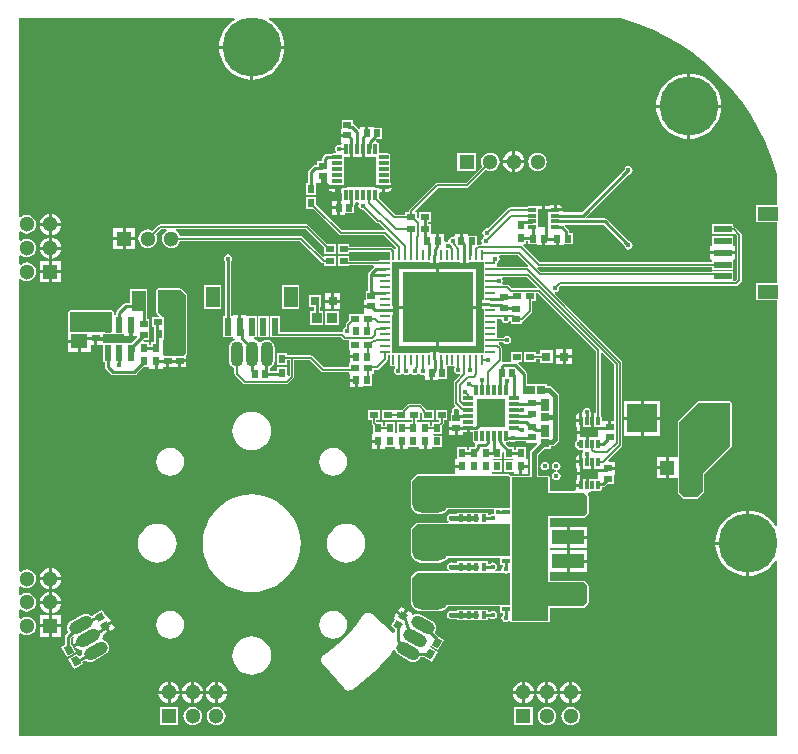
<source format=gtl>
G04*
G04 #@! TF.GenerationSoftware,Altium Limited,Altium Designer,24.4.1 (13)*
G04*
G04 Layer_Physical_Order=1*
G04 Layer_Color=255*
%FSLAX44Y44*%
%MOMM*%
G71*
G04*
G04 #@! TF.SameCoordinates,D346328A-3EA5-4E80-806F-D0F93F3E7631*
G04*
G04*
G04 #@! TF.FilePolarity,Positive*
G04*
G01*
G75*
%ADD15C,0.2540*%
%ADD18C,0.1270*%
%ADD23R,0.6000X1.5500*%
%ADD24R,1.2000X1.8000*%
%ADD25R,0.6000X0.6400*%
%ADD26R,0.7500X0.6000*%
G04:AMPARAMS|DCode=27|XSize=0.74mm|YSize=0.28mm|CornerRadius=0.035mm|HoleSize=0mm|Usage=FLASHONLY|Rotation=270.000|XOffset=0mm|YOffset=0mm|HoleType=Round|Shape=RoundedRectangle|*
%AMROUNDEDRECTD27*
21,1,0.7400,0.2100,0,0,270.0*
21,1,0.6700,0.2800,0,0,270.0*
1,1,0.0700,-0.1050,-0.3350*
1,1,0.0700,-0.1050,0.3350*
1,1,0.0700,0.1050,0.3350*
1,1,0.0700,0.1050,-0.3350*
%
%ADD27ROUNDEDRECTD27*%
%ADD28R,0.6400X0.6000*%
%ADD29R,0.6000X0.7500*%
%ADD30R,2.5500X2.4500*%
%ADD31R,1.2000X1.7500*%
%ADD32R,0.6000X1.3500*%
G04:AMPARAMS|DCode=33|XSize=0.6mm|YSize=0.75mm|CornerRadius=0mm|HoleSize=0mm|Usage=FLASHONLY|Rotation=30.000|XOffset=0mm|YOffset=0mm|HoleType=Round|Shape=Rectangle|*
%AMROTATEDRECTD33*
4,1,4,-0.0723,-0.4748,-0.4473,0.1748,0.0723,0.4748,0.4473,-0.1748,-0.0723,-0.4748,0.0*
%
%ADD33ROTATEDRECTD33*%

G04:AMPARAMS|DCode=34|XSize=0.6mm|YSize=0.75mm|CornerRadius=0mm|HoleSize=0mm|Usage=FLASHONLY|Rotation=150.000|XOffset=0mm|YOffset=0mm|HoleType=Round|Shape=Rectangle|*
%AMROTATEDRECTD34*
4,1,4,0.4473,0.1748,0.0723,-0.4748,-0.4473,-0.1748,-0.0723,0.4748,0.4473,0.1748,0.0*
%
%ADD34ROTATEDRECTD34*%

G04:AMPARAMS|DCode=35|XSize=0.64mm|YSize=0.6mm|CornerRadius=0mm|HoleSize=0mm|Usage=FLASHONLY|Rotation=30.000|XOffset=0mm|YOffset=0mm|HoleType=Round|Shape=Rectangle|*
%AMROTATEDRECTD35*
4,1,4,-0.1271,-0.4198,-0.4271,0.0998,0.1271,0.4198,0.4271,-0.0998,-0.1271,-0.4198,0.0*
%
%ADD35ROTATEDRECTD35*%

G04:AMPARAMS|DCode=36|XSize=0.64mm|YSize=0.6mm|CornerRadius=0mm|HoleSize=0mm|Usage=FLASHONLY|Rotation=150.000|XOffset=0mm|YOffset=0mm|HoleType=Round|Shape=Rectangle|*
%AMROTATEDRECTD36*
4,1,4,0.4271,0.0998,0.1271,-0.4198,-0.4271,-0.0998,-0.1271,0.4198,0.4271,0.0998,0.0*
%
%ADD36ROTATEDRECTD36*%

%ADD37R,0.8500X0.9500*%
%ADD38R,0.8000X0.8000*%
G04:AMPARAMS|DCode=39|XSize=0.86mm|YSize=0.27mm|CornerRadius=0.0338mm|HoleSize=0mm|Usage=FLASHONLY|Rotation=90.000|XOffset=0mm|YOffset=0mm|HoleType=Round|Shape=RoundedRectangle|*
%AMROUNDEDRECTD39*
21,1,0.8600,0.2025,0,0,90.0*
21,1,0.7925,0.2700,0,0,90.0*
1,1,0.0675,0.1013,0.3963*
1,1,0.0675,0.1013,-0.3963*
1,1,0.0675,-0.1013,-0.3963*
1,1,0.0675,-0.1013,0.3963*
%
%ADD39ROUNDEDRECTD39*%
G04:AMPARAMS|DCode=40|XSize=0.86mm|YSize=0.27mm|CornerRadius=0.0338mm|HoleSize=0mm|Usage=FLASHONLY|Rotation=0.000|XOffset=0mm|YOffset=0mm|HoleType=Round|Shape=RoundedRectangle|*
%AMROUNDEDRECTD40*
21,1,0.8600,0.2025,0,0,0.0*
21,1,0.7925,0.2700,0,0,0.0*
1,1,0.0675,0.3963,-0.1013*
1,1,0.0675,-0.3963,-0.1013*
1,1,0.0675,-0.3963,0.1013*
1,1,0.0675,0.3963,0.1013*
%
%ADD40ROUNDEDRECTD40*%
%ADD42R,0.3400X0.8000*%
%ADD43R,0.4200X0.6600*%
G04:AMPARAMS|DCode=44|XSize=3mm|YSize=3mm|CornerRadius=0.75mm|HoleSize=0mm|Usage=FLASHONLY|Rotation=0.000|XOffset=0mm|YOffset=0mm|HoleType=Round|Shape=RoundedRectangle|*
%AMROUNDEDRECTD44*
21,1,3.0000,1.5000,0,0,0.0*
21,1,1.5000,3.0000,0,0,0.0*
1,1,1.5000,0.7500,-0.7500*
1,1,1.5000,-0.7500,-0.7500*
1,1,1.5000,-0.7500,0.7500*
1,1,1.5000,0.7500,0.7500*
%
%ADD44ROUNDEDRECTD44*%
%ADD45R,0.8000X0.3400*%
%ADD46R,0.6600X0.4200*%
%ADD47R,2.7000X1.3000*%
%ADD48R,1.0500X0.8000*%
%ADD49R,0.6500X0.8000*%
%ADD50R,0.8000X1.0500*%
%ADD51R,0.8000X0.6500*%
%ADD52R,1.5500X0.6000*%
%ADD53R,1.8000X1.2000*%
G04:AMPARAMS|DCode=54|XSize=0.74mm|YSize=0.28mm|CornerRadius=0.035mm|HoleSize=0mm|Usage=FLASHONLY|Rotation=180.000|XOffset=0mm|YOffset=0mm|HoleType=Round|Shape=RoundedRectangle|*
%AMROUNDEDRECTD54*
21,1,0.7400,0.2100,0,0,180.0*
21,1,0.6700,0.2800,0,0,180.0*
1,1,0.0700,-0.3350,0.1050*
1,1,0.0700,0.3350,0.1050*
1,1,0.0700,0.3350,-0.1050*
1,1,0.0700,-0.3350,-0.1050*
%
%ADD54ROUNDEDRECTD54*%
%ADD55R,0.2600X0.8600*%
%ADD56R,0.8600X0.2600*%
%ADD57R,6.0000X6.0000*%
G04:AMPARAMS|DCode=58|XSize=0.8mm|YSize=0.35mm|CornerRadius=0.0438mm|HoleSize=0mm|Usage=FLASHONLY|Rotation=180.000|XOffset=0mm|YOffset=0mm|HoleType=Round|Shape=RoundedRectangle|*
%AMROUNDEDRECTD58*
21,1,0.8000,0.2625,0,0,180.0*
21,1,0.7125,0.3500,0,0,180.0*
1,1,0.0875,-0.3563,0.1313*
1,1,0.0875,0.3563,0.1313*
1,1,0.0875,0.3563,-0.1313*
1,1,0.0875,-0.3563,-0.1313*
%
%ADD58ROUNDEDRECTD58*%
G04:AMPARAMS|DCode=59|XSize=0.85mm|YSize=0.35mm|CornerRadius=0.0438mm|HoleSize=0mm|Usage=FLASHONLY|Rotation=270.000|XOffset=0mm|YOffset=0mm|HoleType=Round|Shape=RoundedRectangle|*
%AMROUNDEDRECTD59*
21,1,0.8500,0.2625,0,0,270.0*
21,1,0.7625,0.3500,0,0,270.0*
1,1,0.0875,-0.1313,-0.3813*
1,1,0.0875,-0.1313,0.3813*
1,1,0.0875,0.1313,0.3813*
1,1,0.0875,0.1313,-0.3813*
%
%ADD59ROUNDEDRECTD59*%
%ADD60R,1.4000X1.3000*%
%ADD111R,1.6000X0.9000*%
%ADD112R,2.4500X2.4500*%
%ADD113R,0.9000X1.6000*%
%ADD114R,2.7000X2.6000*%
%ADD115C,0.4000*%
%ADD116C,0.4500*%
G04:AMPARAMS|DCode=117|XSize=2.14mm|YSize=1.07mm|CornerRadius=0mm|HoleSize=0mm|Usage=FLASHONLY|Rotation=330.000|XOffset=0mm|YOffset=0mm|HoleType=Round|Shape=Round|*
%AMOVALD117*
21,1,1.0700,1.0700,0.0000,0.0000,330.0*
1,1,1.0700,-0.4633,0.2675*
1,1,1.0700,0.4633,-0.2675*
%
%ADD117OVALD117*%

%ADD118R,1.3000X1.3000*%
%ADD119C,1.3000*%
G04:AMPARAMS|DCode=120|XSize=2.14mm|YSize=1.07mm|CornerRadius=0mm|HoleSize=0mm|Usage=FLASHONLY|Rotation=210.000|XOffset=0mm|YOffset=0mm|HoleType=Round|Shape=Round|*
%AMOVALD120*
21,1,1.0700,1.0700,0.0000,0.0000,210.0*
1,1,1.0700,0.4633,0.2675*
1,1,1.0700,-0.4633,-0.2675*
%
%ADD120OVALD120*%

%ADD121O,1.0700X2.1400*%
%ADD122C,5.0000*%
%ADD123R,1.3000X1.3000*%
%ADD124C,0.4500*%
%ADD125C,0.7000*%
G36*
X317638Y443315D02*
X329263Y439246D01*
X340602Y434441D01*
X351612Y428919D01*
X362243Y422704D01*
X372456Y415821D01*
X382207Y408297D01*
X391455Y400164D01*
X400164Y391455D01*
X408297Y382207D01*
X415821Y372456D01*
X422704Y362243D01*
X428919Y351612D01*
X434441Y340602D01*
X439246Y329263D01*
X443315Y317638D01*
X444780Y312397D01*
Y286270D01*
X427160D01*
Y271730D01*
X444780D01*
Y220270D01*
X427160D01*
Y205730D01*
X444780D01*
X444780Y14701D01*
X443510Y14343D01*
X442349Y16238D01*
X439534Y19534D01*
X436237Y22349D01*
X432541Y24614D01*
X428536Y26273D01*
X424321Y27285D01*
X421270Y27525D01*
Y0D01*
Y-27525D01*
X424321Y-27285D01*
X428536Y-26273D01*
X432541Y-24614D01*
X436237Y-22349D01*
X439534Y-19534D01*
X442349Y-16238D01*
X443510Y-14343D01*
X444780Y-14701D01*
Y-163180D01*
X-196780D01*
Y-76576D01*
X-195510Y-75950D01*
X-194419Y-76787D01*
X-192528Y-77570D01*
X-190500Y-77837D01*
X-188472Y-77570D01*
X-186581Y-76787D01*
X-184958Y-75542D01*
X-183713Y-73918D01*
X-182930Y-72028D01*
X-182663Y-70000D01*
X-182930Y-67972D01*
X-183713Y-66082D01*
X-184958Y-64458D01*
X-186581Y-63213D01*
X-188472Y-62430D01*
X-190500Y-62163D01*
X-192528Y-62430D01*
X-194419Y-63213D01*
X-195510Y-64050D01*
X-196780Y-63424D01*
Y-56576D01*
X-195510Y-55950D01*
X-194419Y-56787D01*
X-192528Y-57570D01*
X-190500Y-57837D01*
X-188472Y-57570D01*
X-186581Y-56787D01*
X-184958Y-55542D01*
X-183713Y-53918D01*
X-182930Y-52028D01*
X-182663Y-50000D01*
X-182930Y-47972D01*
X-183713Y-46082D01*
X-184958Y-44458D01*
X-186581Y-43213D01*
X-188472Y-42430D01*
X-190500Y-42163D01*
X-192528Y-42430D01*
X-194419Y-43213D01*
X-195510Y-44050D01*
X-196780Y-43424D01*
Y-36576D01*
X-195510Y-35950D01*
X-194419Y-36787D01*
X-192528Y-37570D01*
X-190500Y-37837D01*
X-188472Y-37570D01*
X-186581Y-36787D01*
X-184958Y-35542D01*
X-183713Y-33918D01*
X-182930Y-32028D01*
X-182663Y-30000D01*
X-182930Y-27972D01*
X-183713Y-26082D01*
X-184958Y-24458D01*
X-186581Y-23213D01*
X-188472Y-22430D01*
X-190500Y-22163D01*
X-192528Y-22430D01*
X-194419Y-23213D01*
X-195510Y-24050D01*
X-196780Y-23424D01*
X-196780Y223424D01*
X-195510Y224050D01*
X-194419Y223213D01*
X-192528Y222430D01*
X-190500Y222163D01*
X-188472Y222430D01*
X-186581Y223213D01*
X-184958Y224458D01*
X-183713Y226082D01*
X-182930Y227972D01*
X-182663Y230000D01*
X-182930Y232028D01*
X-183713Y233918D01*
X-184958Y235542D01*
X-186581Y236787D01*
X-188472Y237570D01*
X-190500Y237837D01*
X-192528Y237570D01*
X-194419Y236787D01*
X-195510Y235950D01*
X-196780Y236576D01*
Y243424D01*
X-195510Y244050D01*
X-194419Y243213D01*
X-192528Y242430D01*
X-190500Y242163D01*
X-188472Y242430D01*
X-186581Y243213D01*
X-184958Y244458D01*
X-183713Y246082D01*
X-182930Y247972D01*
X-182663Y250000D01*
X-182930Y252028D01*
X-183713Y253918D01*
X-184958Y255542D01*
X-186581Y256787D01*
X-188472Y257570D01*
X-190500Y257837D01*
X-192528Y257570D01*
X-194419Y256787D01*
X-195510Y255950D01*
X-196780Y256576D01*
Y263424D01*
X-195510Y264050D01*
X-194419Y263213D01*
X-192528Y262430D01*
X-190500Y262163D01*
X-188472Y262430D01*
X-186581Y263213D01*
X-184958Y264458D01*
X-183713Y266082D01*
X-182930Y267972D01*
X-182663Y270000D01*
X-182930Y272028D01*
X-183713Y273919D01*
X-184958Y275542D01*
X-186581Y276787D01*
X-188472Y277570D01*
X-190500Y277837D01*
X-192528Y277570D01*
X-194419Y276787D01*
X-195510Y275950D01*
X-196780Y276576D01*
X-196780Y444780D01*
X-14701D01*
X-14343Y443510D01*
X-16238Y442349D01*
X-19534Y439534D01*
X-22349Y436237D01*
X-24614Y432541D01*
X-26273Y428536D01*
X-27285Y424321D01*
X-27525Y421270D01*
X27525D01*
X27285Y424321D01*
X26273Y428536D01*
X24614Y432541D01*
X22349Y436237D01*
X19534Y439534D01*
X16238Y442349D01*
X14343Y443510D01*
X14701Y444780D01*
X312397D01*
X317638Y443315D01*
D02*
G37*
%LPC*%
G36*
X27525Y418730D02*
X1270D01*
Y392474D01*
X4322Y392715D01*
X8537Y393727D01*
X12542Y395386D01*
X16238Y397650D01*
X19534Y400466D01*
X22349Y403762D01*
X24614Y407458D01*
X26273Y411463D01*
X27285Y415678D01*
X27525Y418730D01*
D02*
G37*
G36*
X-1270D02*
X-27525D01*
X-27285Y415678D01*
X-26273Y411463D01*
X-24614Y407458D01*
X-22349Y403762D01*
X-19534Y400466D01*
X-16238Y397650D01*
X-12542Y395386D01*
X-8537Y393727D01*
X-4322Y392715D01*
X-1270Y392474D01*
Y418730D01*
D02*
G37*
G36*
X371270Y397525D02*
Y371270D01*
X397525D01*
X397285Y374321D01*
X396273Y378536D01*
X394614Y382541D01*
X392349Y386237D01*
X389534Y389534D01*
X386237Y392349D01*
X382541Y394614D01*
X378536Y396273D01*
X374321Y397285D01*
X371270Y397525D01*
D02*
G37*
G36*
X368730D02*
X365678Y397285D01*
X361463Y396273D01*
X357458Y394614D01*
X353762Y392349D01*
X350466Y389534D01*
X347650Y386237D01*
X345386Y382541D01*
X343727Y378536D01*
X342715Y374321D01*
X342475Y371270D01*
X368730D01*
Y397525D01*
D02*
G37*
G36*
X397525Y368730D02*
X371270D01*
Y342475D01*
X374321Y342715D01*
X378536Y343727D01*
X382541Y345386D01*
X386237Y347650D01*
X389534Y350466D01*
X392349Y353762D01*
X394614Y357458D01*
X396273Y361463D01*
X397285Y365678D01*
X397525Y368730D01*
D02*
G37*
G36*
X368730D02*
X342475D01*
X342715Y365678D01*
X343727Y361463D01*
X345386Y357458D01*
X347650Y353762D01*
X350466Y350466D01*
X353762Y347650D01*
X357458Y345386D01*
X361463Y343727D01*
X365678Y342715D01*
X368730Y342475D01*
Y368730D01*
D02*
G37*
G36*
X85470Y358670D02*
X76530D01*
Y351140D01*
X75260D01*
Y346870D01*
X81000D01*
Y344330D01*
X75260D01*
Y340060D01*
X75728D01*
X76417Y338966D01*
X76032Y337746D01*
X75177Y337355D01*
X74000Y337589D01*
X72627Y337316D01*
X71462Y336538D01*
X70684Y335373D01*
X70411Y334000D01*
X70684Y332627D01*
X71462Y331462D01*
X71670Y331323D01*
X71285Y330053D01*
X68438D01*
X67771Y329921D01*
X67276Y329590D01*
X63418D01*
X62427Y329393D01*
X61587Y328831D01*
X60099Y327343D01*
X59537Y326503D01*
X59340Y325512D01*
Y323670D01*
X55530D01*
Y320260D01*
X53670D01*
X52679Y320063D01*
X51839Y319501D01*
X48169Y315831D01*
X47607Y314991D01*
X47410Y314000D01*
Y304770D01*
X45730D01*
Y294730D01*
X54270D01*
X54270Y303794D01*
X54270Y304770D01*
X55420Y305060D01*
X55530Y305060D01*
X58730D01*
Y310600D01*
X61270D01*
Y305060D01*
X64553D01*
X64649Y305008D01*
X65497Y303790D01*
X65402Y303312D01*
Y303270D01*
X72000D01*
Y302000D01*
X73270D01*
Y297652D01*
X75563D01*
X76447Y296926D01*
Y290938D01*
X75523Y289740D01*
X74870D01*
Y284000D01*
Y278260D01*
X79140D01*
Y279530D01*
X86670D01*
Y285480D01*
X86720Y285730D01*
Y286168D01*
X86893Y286427D01*
X87090Y287418D01*
Y288206D01*
X88188Y289197D01*
X90375D01*
X91005Y288272D01*
X91072Y287953D01*
X90684Y287373D01*
X90411Y286000D01*
X90684Y284627D01*
X91462Y283462D01*
X92627Y282684D01*
X94000Y282411D01*
X94702Y282551D01*
X105626Y271627D01*
X105627Y271627D01*
X106257Y271206D01*
X107000Y271058D01*
X108195D01*
X113070Y266183D01*
X112515Y264942D01*
X76055D01*
X54488Y286508D01*
X54270Y286654D01*
Y293270D01*
X45730D01*
Y283230D01*
X52177D01*
X52297Y283206D01*
X73877Y261627D01*
X74507Y261206D01*
X75250Y261058D01*
X112196D01*
X122413Y250840D01*
X121887Y249570D01*
X120177D01*
X119373Y250373D01*
X118743Y250795D01*
X118000Y250942D01*
X82770D01*
Y253270D01*
X72730D01*
Y244730D01*
X82770D01*
Y247058D01*
X117196D01*
X117430Y246823D01*
Y239720D01*
X107580D01*
Y239092D01*
X82770D01*
Y243270D01*
X72730D01*
Y234730D01*
X82770D01*
Y235208D01*
X102868D01*
X103266Y234125D01*
X103275Y233938D01*
X99169Y229831D01*
X98607Y228991D01*
X98410Y228000D01*
Y213670D01*
X96530D01*
Y206140D01*
X95260D01*
Y201870D01*
X101000D01*
Y199330D01*
X95260D01*
Y195060D01*
X94317Y194270D01*
X93730D01*
Y185740D01*
X92270D01*
Y194270D01*
X82230D01*
Y188477D01*
X80032Y186278D01*
X79611Y185648D01*
X79463Y184905D01*
Y183206D01*
X78462Y182538D01*
X77684Y181373D01*
X77411Y180000D01*
X77481Y179646D01*
X77466Y179611D01*
X76381Y178668D01*
X76247Y178695D01*
X24270D01*
Y192395D01*
X15730D01*
Y174355D01*
X24270D01*
Y174810D01*
X75443D01*
X77627Y172627D01*
X78257Y172206D01*
X79000Y172058D01*
X82230D01*
Y163730D01*
X83060D01*
Y159270D01*
X88600D01*
Y156730D01*
X83060D01*
Y152270D01*
X82230D01*
Y148942D01*
X60805D01*
X51212Y158534D01*
X50582Y158955D01*
X49839Y159103D01*
X30270D01*
Y160770D01*
X21730D01*
Y150730D01*
X30270D01*
Y155219D01*
X32058D01*
Y142235D01*
X31540Y141837D01*
X30270Y142463D01*
Y149270D01*
X21730D01*
Y146215D01*
X15706D01*
X15670Y147452D01*
X15670Y147485D01*
X15701Y148727D01*
X16039Y148867D01*
X17421Y149929D01*
X18483Y151312D01*
X19150Y152922D01*
X19377Y154650D01*
Y165350D01*
X19150Y167078D01*
X18483Y168689D01*
X17421Y170072D01*
X16039Y171133D01*
X14428Y171800D01*
X12700Y172027D01*
X10972Y171800D01*
X9361Y171133D01*
X7979Y170072D01*
X7926Y170003D01*
X6350Y170035D01*
X5627Y170977D01*
X3979Y172242D01*
X2060Y173037D01*
X1694Y173085D01*
X1778Y174355D01*
X4270D01*
Y192395D01*
X-4270Y192395D01*
X-4460Y193586D01*
Y193665D01*
X-8730D01*
Y183375D01*
X-11270D01*
Y193665D01*
X-15540D01*
Y193586D01*
X-15594Y193245D01*
X-16947Y192830D01*
X-17410Y193293D01*
Y238540D01*
X-16684Y239627D01*
X-16411Y241000D01*
X-16684Y242373D01*
X-17462Y243538D01*
X-18627Y244316D01*
X-20000Y244589D01*
X-21373Y244316D01*
X-22538Y243538D01*
X-23316Y242373D01*
X-23589Y241000D01*
X-23316Y239627D01*
X-22590Y238540D01*
Y192395D01*
X-24270D01*
Y174355D01*
X-15730Y174355D01*
X-15540Y173164D01*
Y173085D01*
X-14395D01*
X-14311Y171815D01*
X-14428Y171800D01*
X-16039Y171133D01*
X-17421Y170072D01*
X-18483Y168689D01*
X-19150Y167078D01*
X-19377Y165350D01*
Y154650D01*
X-19150Y152922D01*
X-18483Y151312D01*
X-17421Y149929D01*
X-16039Y148867D01*
X-14642Y148289D01*
Y143700D01*
X-14495Y142957D01*
X-14073Y142327D01*
X-6899Y135153D01*
X-6899Y135153D01*
X-6269Y134732D01*
X-5526Y134584D01*
X29526D01*
X30269Y134732D01*
X30900Y135153D01*
X35373Y139627D01*
X35373Y139627D01*
X35794Y140257D01*
X35942Y141000D01*
X35942Y141000D01*
Y155219D01*
X49034D01*
X58626Y145627D01*
X58627Y145627D01*
X59257Y145205D01*
X60000Y145058D01*
X82230D01*
Y143730D01*
X83060D01*
Y139270D01*
X88600D01*
Y138000D01*
X89870D01*
Y132260D01*
X94140D01*
Y133530D01*
X101670D01*
Y142470D01*
X101670D01*
X101694Y143730D01*
X103770D01*
Y146944D01*
X106386D01*
X107129Y147092D01*
X107759Y147513D01*
X114523Y154277D01*
X114944Y154907D01*
X115092Y155650D01*
Y159580D01*
X117430D01*
Y149730D01*
X120961D01*
X121320Y148876D01*
X121410Y148460D01*
X120684Y147373D01*
X120411Y146000D01*
X120684Y144627D01*
X121462Y143462D01*
X122627Y142684D01*
X124000Y142411D01*
X125373Y142684D01*
X126538Y143462D01*
X126736Y143759D01*
X128264D01*
X128462Y143462D01*
X129627Y142684D01*
X131000Y142411D01*
X132373Y142684D01*
X133538Y143462D01*
X133736Y143759D01*
X135264D01*
X135462Y143462D01*
X136627Y142684D01*
X138000Y142411D01*
X139373Y142684D01*
X140538Y143462D01*
X140736Y143759D01*
X142264D01*
X142462Y143462D01*
X143627Y142684D01*
X145000Y142411D01*
X145790Y142568D01*
X147060Y141732D01*
Y138260D01*
X151330D01*
Y144000D01*
X153870D01*
Y138260D01*
X158140D01*
Y139530D01*
X165670D01*
Y148470D01*
X165670D01*
X165694Y149730D01*
X171063D01*
X171742Y148460D01*
X171684Y148373D01*
X171411Y147000D01*
X171684Y145627D01*
X172462Y144462D01*
X173627Y143684D01*
X175000Y143411D01*
X176084Y143627D01*
X176828Y142589D01*
X176832Y142579D01*
X171627Y137373D01*
X171206Y136743D01*
X171058Y136000D01*
Y119000D01*
X171206Y118257D01*
X171627Y117627D01*
X172474Y116779D01*
X172056Y115401D01*
X171627Y115316D01*
X170462Y114538D01*
X169684Y113373D01*
X169411Y112000D01*
Y110670D01*
X168530D01*
Y103140D01*
X167260D01*
Y98870D01*
X173000D01*
Y97600D01*
X174270D01*
Y92060D01*
X178740D01*
Y93536D01*
X179188Y93904D01*
X181880D01*
Y97850D01*
X184420D01*
Y93904D01*
X187113D01*
X187348Y93710D01*
Y87037D01*
X187473Y86410D01*
X187829Y85879D01*
X188360Y85523D01*
X188587Y85478D01*
X189139Y84544D01*
X189212Y84129D01*
X189147Y84031D01*
X188950Y83040D01*
Y82113D01*
X188608Y81770D01*
X183730D01*
Y79340D01*
X182270D01*
Y81770D01*
X173730D01*
X173730Y71730D01*
X172539Y71540D01*
X172460D01*
Y66520D01*
X178000D01*
Y63980D01*
X172460D01*
Y59645D01*
X171432Y58375D01*
X140056Y58375D01*
X140056Y58375D01*
X139084Y57972D01*
X135028Y53916D01*
X134625Y52944D01*
X134625Y52944D01*
X134625Y33000D01*
X134625Y33000D01*
X134764Y32664D01*
X134956Y31211D01*
X135839Y29077D01*
X137245Y27245D01*
X139077Y25839D01*
X141211Y24956D01*
X143500Y24654D01*
X158500D01*
X160789Y24956D01*
X162923Y25839D01*
X164755Y27245D01*
X165814Y28625D01*
X204880Y28625D01*
X205280Y27877D01*
X205443Y27355D01*
X205201Y26140D01*
X205242Y25937D01*
X204161Y24857D01*
X204000Y24889D01*
X202627Y24616D01*
X201540Y23890D01*
X200120D01*
Y25870D01*
X173880D01*
Y24634D01*
X170281D01*
X169000Y24889D01*
X167627Y24616D01*
X166462Y23838D01*
X165684Y22673D01*
X165411Y21300D01*
X165684Y19927D01*
X166462Y18762D01*
X166638Y18645D01*
X166253Y17375D01*
X140056Y17375D01*
X140056Y17375D01*
X139084Y16972D01*
X135028Y12916D01*
X134625Y11944D01*
X134625Y11944D01*
Y-8000D01*
X134764Y-8336D01*
X134956Y-9789D01*
X135839Y-11923D01*
X137245Y-13755D01*
X139077Y-15161D01*
X141211Y-16044D01*
X143500Y-16346D01*
X158500D01*
X160789Y-16044D01*
X162923Y-15161D01*
X164755Y-13755D01*
X165814Y-12375D01*
X210430Y-12375D01*
Y-18120D01*
X212410D01*
Y-19540D01*
X211684Y-20627D01*
X211411Y-22000D01*
X211482Y-22355D01*
X210441Y-23626D01*
X206747D01*
X206362Y-22355D01*
X206538Y-22238D01*
X207316Y-21074D01*
X207589Y-19700D01*
X207316Y-18327D01*
X206538Y-17162D01*
X205373Y-16384D01*
X204000Y-16111D01*
X202627Y-16384D01*
X201540Y-17110D01*
X200120D01*
Y-15130D01*
X173880D01*
Y-16366D01*
X170281D01*
X169000Y-16111D01*
X167627Y-16384D01*
X166462Y-17162D01*
X165684Y-18327D01*
X165411Y-19700D01*
X165684Y-21074D01*
X166462Y-22238D01*
X166638Y-22355D01*
X166253Y-23626D01*
X140056Y-23625D01*
X140056Y-23625D01*
X139084Y-24028D01*
X135028Y-28084D01*
X134625Y-29056D01*
X134625Y-29056D01*
X134625Y-49000D01*
X134764Y-49336D01*
X134956Y-50789D01*
X135839Y-52923D01*
X137245Y-54755D01*
X139077Y-56161D01*
X141211Y-57044D01*
X143500Y-57346D01*
X158500D01*
X160789Y-57044D01*
X162923Y-56161D01*
X164755Y-54755D01*
X165814Y-53375D01*
X210430Y-53375D01*
Y-59120D01*
X212410D01*
Y-60540D01*
X211684Y-61627D01*
X211411Y-63000D01*
X211684Y-64373D01*
X212462Y-65538D01*
X213627Y-66316D01*
X215000Y-66589D01*
X216373Y-66316D01*
X217407Y-65625D01*
X217544Y-65611D01*
X218069Y-65703D01*
X218803Y-65930D01*
X219028Y-66472D01*
X220000Y-66875D01*
X251000Y-66875D01*
X251972Y-66472D01*
X252375Y-65500D01*
Y-54375D01*
X281000D01*
X281000Y-54375D01*
X281972Y-53972D01*
X281972Y-53972D01*
X284972Y-50972D01*
X285375Y-50000D01*
X285375Y-50000D01*
Y-36000D01*
X285375Y-36000D01*
X284972Y-35028D01*
X284972Y-35028D01*
X281972Y-32028D01*
X281000Y-31625D01*
X281000Y-31625D01*
X252375D01*
Y-24040D01*
X266730D01*
Y-15000D01*
Y-5960D01*
X252375D01*
Y-4040D01*
X266730D01*
Y5000D01*
Y14040D01*
X252375D01*
Y21625D01*
X281000D01*
X281000Y21625D01*
X281972Y22028D01*
X281972Y22028D01*
X284972Y25028D01*
X285375Y26000D01*
X285375Y26000D01*
Y40000D01*
X285375Y40000D01*
X284972Y40972D01*
X284972D01*
X284557Y41767D01*
X285148Y42972D01*
X285678Y43078D01*
X286634Y43716D01*
X286984Y44241D01*
X287450Y44148D01*
X289550D01*
X290182Y44274D01*
X290718Y44632D01*
X291282D01*
X291818Y44274D01*
X292450Y44148D01*
X294550D01*
X295182Y44274D01*
X295718Y44632D01*
X296076Y45168D01*
X296202Y45800D01*
Y47432D01*
X297222D01*
X298213Y47629D01*
X299053Y48191D01*
X301192Y50330D01*
X306470D01*
Y57860D01*
X307740D01*
Y62130D01*
X302000D01*
Y64670D01*
X307740D01*
Y68940D01*
X302346D01*
X301860Y70113D01*
X313373Y81627D01*
X313794Y82257D01*
X313942Y83000D01*
Y153000D01*
X313794Y153743D01*
X313373Y154374D01*
X256539Y211208D01*
X256850Y212021D01*
X257110Y212433D01*
X258373Y212684D01*
X259538Y213462D01*
X260316Y214627D01*
X260589Y216000D01*
X260449Y216702D01*
X261805Y218058D01*
X410000D01*
X410743Y218206D01*
X411373Y218627D01*
X414373Y221627D01*
X414795Y222257D01*
X414942Y223000D01*
Y261000D01*
X414795Y261743D01*
X414373Y262373D01*
X409374Y267373D01*
X408743Y267794D01*
X408000Y267942D01*
X407700D01*
Y270270D01*
X389660D01*
Y261730D01*
X407700D01*
Y261894D01*
X408873Y262380D01*
X411058Y260196D01*
Y223805D01*
X409195Y221942D01*
X407700D01*
Y230270D01*
X389660D01*
Y230054D01*
X244692D01*
X241981Y232766D01*
X242283Y234129D01*
X242357Y234186D01*
X243000Y234058D01*
X389660D01*
Y231730D01*
X407700D01*
X407700Y240270D01*
X408891Y240460D01*
X408970D01*
Y244730D01*
X388390D01*
Y240460D01*
X388469D01*
X389660Y240270D01*
X389660Y238840D01*
X388762Y237942D01*
X243805D01*
X229787Y251960D01*
X230313Y253230D01*
X232270D01*
Y255535D01*
X234330D01*
Y253530D01*
X241860D01*
Y252260D01*
X246130D01*
Y258000D01*
X248670D01*
Y252260D01*
X252940D01*
Y252260D01*
X253060D01*
Y252260D01*
X257330D01*
Y258000D01*
X259870D01*
Y252260D01*
X264140D01*
Y253530D01*
X271670D01*
Y262470D01*
X269068D01*
Y263522D01*
X268871Y264513D01*
X268309Y265353D01*
X265022Y268640D01*
X265548Y269910D01*
X297677D01*
X315429Y252158D01*
X315684Y250877D01*
X316462Y249712D01*
X317627Y248934D01*
X319000Y248661D01*
X320373Y248934D01*
X321538Y249712D01*
X322316Y250877D01*
X322589Y252250D01*
X322316Y253623D01*
X321538Y254788D01*
X320373Y255566D01*
X319092Y255821D01*
X300581Y274331D01*
X299741Y274893D01*
X298750Y275090D01*
X283798D01*
X283272Y276360D01*
X319092Y312179D01*
X320373Y312434D01*
X321538Y313212D01*
X322316Y314377D01*
X322589Y315750D01*
X322316Y317123D01*
X321538Y318288D01*
X320373Y319066D01*
X319000Y319339D01*
X317627Y319066D01*
X316462Y318288D01*
X315684Y317123D01*
X315429Y315842D01*
X279677Y280090D01*
X264171D01*
X263235Y281230D01*
X256850D01*
Y282500D01*
X255580D01*
Y286497D01*
X253500D01*
X252372Y286272D01*
X251416Y285634D01*
X251354Y285540D01*
X248270D01*
Y275000D01*
X245730D01*
Y285540D01*
X239960D01*
Y285202D01*
X233800D01*
X233168Y285076D01*
X232632Y284718D01*
X232448Y284442D01*
X218500D01*
X218500Y284442D01*
X217757Y284294D01*
X217127Y283873D01*
X199702Y266449D01*
X199000Y266589D01*
X197627Y266316D01*
X196462Y265538D01*
X195684Y264373D01*
X195411Y263000D01*
X195684Y261627D01*
X196394Y260564D01*
X196441Y260314D01*
X196259Y259070D01*
X195462Y258538D01*
X194684Y257373D01*
X194411Y256000D01*
X194684Y254627D01*
X194961Y254212D01*
X194282Y252942D01*
X192000D01*
X191940Y252930D01*
X190670Y253814D01*
Y260470D01*
X183140D01*
Y261740D01*
X178870D01*
Y256000D01*
X176330D01*
Y261740D01*
X172060D01*
Y260402D01*
X170790Y259528D01*
X170080Y259669D01*
X168706Y259396D01*
X167542Y258618D01*
X166764Y257453D01*
X166626Y256759D01*
X166171Y255909D01*
X165321Y255454D01*
X164627Y255316D01*
X164210Y255037D01*
X162940Y255716D01*
Y261740D01*
X158670D01*
Y256000D01*
X156130D01*
Y261740D01*
X153036D01*
X151860Y261740D01*
X151770Y262973D01*
Y270270D01*
X149340D01*
Y271730D01*
X151770D01*
Y280270D01*
X141730D01*
Y275998D01*
X140460Y275319D01*
X140270Y275446D01*
Y280270D01*
X138813D01*
X138287Y281540D01*
X157804Y301058D01*
X182000D01*
X182743Y301206D01*
X183373Y301627D01*
X198013Y316266D01*
X198081Y316213D01*
X199972Y315430D01*
X202000Y315163D01*
X204028Y315430D01*
X205919Y316213D01*
X207542Y317458D01*
X208787Y319081D01*
X209570Y320972D01*
X209837Y323000D01*
X209570Y325028D01*
X208787Y326918D01*
X207542Y328542D01*
X205919Y329787D01*
X204028Y330570D01*
X202000Y330837D01*
X199972Y330570D01*
X198081Y329787D01*
X196458Y328542D01*
X195213Y326918D01*
X194430Y325028D01*
X194163Y323000D01*
X194430Y320972D01*
X195213Y319081D01*
X195266Y319013D01*
X190727Y314473D01*
X189770Y315313D01*
X189770Y316466D01*
Y330770D01*
X174230D01*
Y315230D01*
X188503D01*
X189687Y315230D01*
X190527Y314273D01*
X181195Y304942D01*
X157000D01*
X157000Y304942D01*
X156257Y304795D01*
X155627Y304373D01*
X133877Y282623D01*
X133455Y281993D01*
X133308Y281250D01*
Y280270D01*
X130230D01*
Y277942D01*
X121554D01*
X107553Y291943D01*
Y296926D01*
X108438Y297652D01*
X110730D01*
Y302000D01*
X112000D01*
Y303270D01*
X118598D01*
Y303312D01*
X118367Y304474D01*
X117709Y305459D01*
X117303Y305730D01*
Y308312D01*
X117171Y308979D01*
X116823Y309500D01*
X117171Y310021D01*
X117303Y310688D01*
Y313312D01*
X117171Y313979D01*
X116823Y314500D01*
X117171Y315021D01*
X117303Y315688D01*
Y318312D01*
X117171Y318979D01*
X116823Y319500D01*
X117171Y320021D01*
X117303Y320687D01*
Y323312D01*
X117171Y323979D01*
X116823Y324500D01*
X117171Y325021D01*
X117303Y325687D01*
Y328312D01*
X117171Y328979D01*
X116793Y329543D01*
X116229Y329921D01*
X115562Y330053D01*
X108772D01*
X108310Y330199D01*
X107553Y331060D01*
Y338063D01*
X107421Y338729D01*
X107044Y339294D01*
X106479Y339671D01*
X105813Y339804D01*
X105432D01*
X105389Y339908D01*
X105076Y341073D01*
X105533Y341757D01*
X105660Y342398D01*
X105793Y342530D01*
X110670D01*
Y351470D01*
X103140D01*
Y352740D01*
X98870D01*
Y347000D01*
X96330D01*
Y352740D01*
X92060D01*
Y351399D01*
X90790Y350872D01*
X87161Y354501D01*
X86321Y355063D01*
X85470Y355232D01*
Y358670D01*
D02*
G37*
G36*
X223270Y331951D02*
Y324270D01*
X230951D01*
X230807Y325360D01*
X229896Y327559D01*
X228447Y329447D01*
X226559Y330896D01*
X224360Y331807D01*
X223270Y331951D01*
D02*
G37*
G36*
X220730D02*
X219640Y331807D01*
X217441Y330896D01*
X215553Y329447D01*
X214104Y327559D01*
X213193Y325360D01*
X213049Y324270D01*
X220730D01*
Y331951D01*
D02*
G37*
G36*
X242000Y330837D02*
X239972Y330570D01*
X238081Y329787D01*
X236458Y328542D01*
X235213Y326918D01*
X234430Y325028D01*
X234163Y323000D01*
X234430Y320972D01*
X235213Y319081D01*
X236458Y317458D01*
X238081Y316213D01*
X239972Y315430D01*
X242000Y315163D01*
X244028Y315430D01*
X245919Y316213D01*
X247542Y317458D01*
X248787Y319081D01*
X249570Y320972D01*
X249837Y323000D01*
X249570Y325028D01*
X248787Y326918D01*
X247542Y328542D01*
X245919Y329787D01*
X244028Y330570D01*
X242000Y330837D01*
D02*
G37*
G36*
X230951Y321730D02*
X223270D01*
Y314049D01*
X224360Y314193D01*
X226559Y315104D01*
X228447Y316553D01*
X229896Y318441D01*
X230807Y320640D01*
X230951Y321730D01*
D02*
G37*
G36*
X220730D02*
X213049D01*
X213193Y320640D01*
X214104Y318441D01*
X215553Y316553D01*
X217441Y315104D01*
X219640Y314193D01*
X220730Y314049D01*
Y321730D01*
D02*
G37*
G36*
X118598Y300730D02*
X113270D01*
Y297652D01*
X115562D01*
X116724Y297883D01*
X117709Y298541D01*
X118367Y299526D01*
X118598Y300688D01*
Y300730D01*
D02*
G37*
G36*
X70730Y300730D02*
X65402D01*
Y300688D01*
X65633Y299526D01*
X66291Y298541D01*
X67276Y297883D01*
X68438Y297652D01*
X70730D01*
Y300730D01*
D02*
G37*
G36*
X72330Y289740D02*
X68060D01*
Y285270D01*
X72330D01*
Y289740D01*
D02*
G37*
G36*
X260200Y286497D02*
X258120D01*
Y283770D01*
X263103D01*
X262922Y284678D01*
X262283Y285634D01*
X261328Y286272D01*
X260200Y286497D01*
D02*
G37*
G36*
X72330Y282730D02*
X68060D01*
Y278260D01*
X72330D01*
Y282730D01*
D02*
G37*
G36*
X-169230Y278951D02*
Y271270D01*
X-161549D01*
X-161693Y272360D01*
X-162604Y274559D01*
X-164053Y276447D01*
X-165941Y277896D01*
X-168140Y278807D01*
X-169230Y278951D01*
D02*
G37*
G36*
X-171770Y278951D02*
X-172860Y278807D01*
X-175059Y277896D01*
X-176947Y276447D01*
X-178396Y274559D01*
X-179307Y272360D01*
X-179451Y271270D01*
X-171770D01*
Y278951D01*
D02*
G37*
G36*
Y268730D02*
X-179451D01*
X-179307Y267640D01*
X-178396Y265441D01*
X-176947Y263553D01*
X-175059Y262104D01*
X-172860Y261193D01*
X-171770Y261049D01*
Y268730D01*
D02*
G37*
G36*
X-161549D02*
X-169230D01*
Y261049D01*
X-168140Y261193D01*
X-165941Y262104D01*
X-164053Y263553D01*
X-162604Y265441D01*
X-161693Y267640D01*
X-161549Y268730D01*
D02*
G37*
G36*
X-98960Y267040D02*
X-106730D01*
Y259270D01*
X-98960D01*
Y267040D01*
D02*
G37*
G36*
X-109270D02*
X-117040D01*
Y259270D01*
X-109270D01*
Y267040D01*
D02*
G37*
G36*
X-169230Y258951D02*
Y251270D01*
X-161549D01*
X-161693Y252360D01*
X-162604Y254559D01*
X-164053Y256447D01*
X-165941Y257896D01*
X-168140Y258807D01*
X-169230Y258951D01*
D02*
G37*
G36*
X-171770D02*
X-172860Y258807D01*
X-175059Y257896D01*
X-176947Y256447D01*
X-178396Y254559D01*
X-179307Y252360D01*
X-179451Y251270D01*
X-171770D01*
Y258951D01*
D02*
G37*
G36*
X-98960Y256730D02*
X-106730D01*
Y248960D01*
X-98960D01*
Y256730D01*
D02*
G37*
G36*
X-109270D02*
X-117040D01*
Y248960D01*
X-109270D01*
Y256730D01*
D02*
G37*
G36*
X407700Y260270D02*
X389660D01*
X389660Y251730D01*
X388469Y251540D01*
X388390D01*
Y247270D01*
X408970D01*
Y251540D01*
X408891D01*
X407700Y251730D01*
X407700Y252810D01*
Y260270D01*
D02*
G37*
G36*
X46500Y269942D02*
X-78000D01*
X-78743Y269795D01*
X-79373Y269373D01*
X-84013Y264734D01*
X-84081Y264787D01*
X-85972Y265570D01*
X-88000Y265837D01*
X-90028Y265570D01*
X-91918Y264787D01*
X-93542Y263542D01*
X-94787Y261919D01*
X-95570Y260028D01*
X-95837Y258000D01*
X-95570Y255972D01*
X-94787Y254081D01*
X-93542Y252458D01*
X-91918Y251213D01*
X-90028Y250430D01*
X-88000Y250163D01*
X-85972Y250430D01*
X-84081Y251213D01*
X-82458Y252458D01*
X-81213Y254081D01*
X-80430Y255972D01*
X-80163Y258000D01*
X-80430Y260028D01*
X-81213Y261919D01*
X-81266Y261987D01*
X-77196Y266058D01*
X-72170D01*
X-71917Y264788D01*
X-71919Y264787D01*
X-73542Y263542D01*
X-74787Y261919D01*
X-75570Y260028D01*
X-75837Y258000D01*
X-75570Y255972D01*
X-74787Y254081D01*
X-73542Y252458D01*
X-71919Y251213D01*
X-70028Y250430D01*
X-68000Y250163D01*
X-65972Y250430D01*
X-64082Y251213D01*
X-62458Y252458D01*
X-61213Y254081D01*
X-60430Y255972D01*
X-60419Y256058D01*
X41196D01*
X59627Y237627D01*
X59627Y237627D01*
X60257Y237206D01*
X61000Y237058D01*
X61230Y235816D01*
Y234730D01*
X71270D01*
Y243270D01*
X61230D01*
Y243176D01*
X60057Y242690D01*
X43373Y259373D01*
X42743Y259795D01*
X42000Y259942D01*
X-60419D01*
X-60430Y260028D01*
X-61213Y261919D01*
X-62458Y263542D01*
X-64082Y264787D01*
X-64083Y264788D01*
X-63830Y266058D01*
X45696D01*
X61230Y250523D01*
Y244730D01*
X71270D01*
Y253270D01*
X63977D01*
X47873Y269373D01*
X47243Y269795D01*
X46500Y269942D01*
D02*
G37*
G36*
X-161549Y248730D02*
X-169230D01*
Y241049D01*
X-168140Y241193D01*
X-165941Y242104D01*
X-164053Y243553D01*
X-162604Y245441D01*
X-161693Y247640D01*
X-161549Y248730D01*
D02*
G37*
G36*
X-171770D02*
X-179451D01*
X-179307Y247640D01*
X-178396Y245441D01*
X-176947Y243553D01*
X-175059Y242104D01*
X-172860Y241193D01*
X-171770Y241049D01*
Y248730D01*
D02*
G37*
G36*
X-161460Y239040D02*
X-169230D01*
Y231270D01*
X-161460D01*
Y239040D01*
D02*
G37*
G36*
X-171770D02*
X-179540D01*
Y231270D01*
X-171770D01*
Y239040D01*
D02*
G37*
G36*
X-161460Y228730D02*
X-169230D01*
Y220960D01*
X-161460D01*
Y228730D01*
D02*
G37*
G36*
X-171770D02*
X-179540D01*
Y220960D01*
X-171770D01*
Y228730D01*
D02*
G37*
G36*
X-60500Y215875D02*
X-60500Y215875D01*
X-79500Y215875D01*
X-80472Y215472D01*
X-80875Y214500D01*
Y195500D01*
X-80472Y194528D01*
X-80472Y194528D01*
X-78387Y192443D01*
X-78873Y191270D01*
X-84520D01*
Y182730D01*
X-82840D01*
Y170520D01*
X-85270D01*
Y168090D01*
X-86730D01*
Y170520D01*
X-91016D01*
X-91639Y171790D01*
X-91222Y172330D01*
X-86530D01*
Y179860D01*
X-86530Y180870D01*
X-86530Y182140D01*
Y189670D01*
X-88410D01*
Y197500D01*
X-88480Y197851D01*
Y215020D01*
X-103020D01*
Y203170D01*
X-106830D01*
X-107821Y202973D01*
X-108661Y202411D01*
X-113831Y197241D01*
X-114393Y196401D01*
X-114590Y195410D01*
Y193768D01*
X-115070Y193288D01*
X-116481Y193538D01*
X-116625Y193993D01*
Y196000D01*
X-117028Y196972D01*
X-118000Y197375D01*
X-154000Y197375D01*
X-154972Y196972D01*
X-155375Y196000D01*
Y180040D01*
X-155540D01*
Y172270D01*
X-146000D01*
Y171000D01*
X-144730D01*
Y161960D01*
X-136460D01*
Y168060D01*
X-133270D01*
Y173600D01*
X-132000D01*
Y174870D01*
X-126260D01*
Y175763D01*
X-125770Y176830D01*
X-117540D01*
X-117230Y176830D01*
X-116270D01*
X-115960Y176830D01*
X-108040D01*
Y175560D01*
X-103770D01*
Y184850D01*
X-101230D01*
Y175560D01*
X-97499D01*
X-96973Y174290D01*
X-102093Y169170D01*
X-106460D01*
X-106770Y169170D01*
X-107730D01*
X-108040Y169170D01*
X-116270D01*
Y169170D01*
X-117230D01*
Y169170D01*
X-125770Y169170D01*
X-126260Y170237D01*
Y172330D01*
X-130730D01*
Y168060D01*
X-126260D01*
X-125770Y166993D01*
Y153130D01*
X-124090D01*
Y148988D01*
X-123893Y147997D01*
X-123331Y147157D01*
X-119343Y143169D01*
X-118503Y142607D01*
X-117512Y142410D01*
X-99250D01*
X-98259Y142607D01*
X-97419Y143169D01*
X-91608Y148980D01*
X-86730Y148980D01*
X-86540Y147789D01*
Y147710D01*
X-82270D01*
Y154000D01*
X-79730D01*
Y147710D01*
X-75460D01*
Y149060D01*
X-72270D01*
Y154600D01*
X-69730D01*
Y149060D01*
X-62270D01*
Y154600D01*
X-61000D01*
Y155870D01*
X-55260D01*
Y159796D01*
X-55028Y160028D01*
X-54625Y161000D01*
X-54625Y161000D01*
X-54626Y210000D01*
X-54625Y210000D01*
X-55028Y210972D01*
X-55028Y210972D01*
X-59528Y215472D01*
X-59528Y215472D01*
X-60500Y215875D01*
D02*
G37*
G36*
X75040Y211540D02*
X69770D01*
Y206270D01*
X75040D01*
Y211540D01*
D02*
G37*
G36*
X67230D02*
X61960D01*
Y206270D01*
X67230D01*
Y211540D01*
D02*
G37*
G36*
X75040Y203730D02*
X69770D01*
Y198460D01*
X75040D01*
Y203730D01*
D02*
G37*
G36*
X67230D02*
X61960D01*
Y198460D01*
X67230D01*
Y203730D01*
D02*
G37*
G36*
X40270Y218895D02*
X25730D01*
Y198355D01*
X40270D01*
Y218895D01*
D02*
G37*
G36*
X-25730D02*
X-40270D01*
Y198355D01*
X-25730D01*
Y218895D01*
D02*
G37*
G36*
X73520Y197020D02*
X62480D01*
Y184980D01*
X73520D01*
Y197020D01*
D02*
G37*
G36*
X58770Y210270D02*
X48230D01*
Y199730D01*
X52410D01*
Y197020D01*
X49480D01*
Y184980D01*
X60520D01*
Y197020D01*
X57590D01*
Y199730D01*
X58770D01*
Y210270D01*
D02*
G37*
G36*
X14270Y192395D02*
X5730D01*
Y174355D01*
X14270D01*
Y192395D01*
D02*
G37*
G36*
X-147270Y169730D02*
X-155540D01*
Y161960D01*
X-147270D01*
Y169730D01*
D02*
G37*
G36*
X-55260Y153330D02*
X-59730D01*
Y149060D01*
X-55260D01*
Y153330D01*
D02*
G37*
G36*
X87330Y136730D02*
X83060D01*
Y132260D01*
X87330D01*
Y136730D01*
D02*
G37*
G36*
X142552Y117942D02*
X132948D01*
X132205Y117795D01*
X131574Y117373D01*
X127992Y113791D01*
X127644Y113270D01*
X121230D01*
Y113270D01*
X120020D01*
Y113270D01*
X109980D01*
Y104730D01*
X120020D01*
Y104730D01*
X121230D01*
Y104730D01*
X131270D01*
Y110606D01*
X131460Y110758D01*
X132730Y110148D01*
Y104730D01*
X135808D01*
Y102770D01*
X132730D01*
Y99692D01*
X131270D01*
Y102770D01*
X122730D01*
X122730Y93542D01*
X122600Y93455D01*
X121851Y93607D01*
X121270Y94091D01*
Y102770D01*
X112730D01*
Y99692D01*
X111270D01*
Y102770D01*
X105477D01*
X105442Y102805D01*
Y104730D01*
X108520D01*
Y113270D01*
X98480D01*
Y104730D01*
X101558D01*
Y102000D01*
X101706Y101257D01*
X102127Y100627D01*
X102730Y100023D01*
X102730Y92730D01*
X101539Y92540D01*
X101460D01*
Y87520D01*
X107000D01*
Y86250D01*
X108270D01*
Y79960D01*
X112540D01*
Y80039D01*
X112730Y81230D01*
X113810Y81230D01*
X121270Y81230D01*
X121460Y80039D01*
Y79960D01*
X125730D01*
Y86250D01*
X128270D01*
Y79960D01*
X132540D01*
Y80039D01*
X132730Y81230D01*
X133810Y81230D01*
X141270Y81230D01*
X141460Y80039D01*
Y79960D01*
X145730D01*
Y86250D01*
X148270D01*
Y79960D01*
X152540D01*
Y80039D01*
X152730Y81230D01*
X153810Y81230D01*
X161270D01*
Y91270D01*
X154157Y91270D01*
X153610Y92187D01*
X154030Y92730D01*
X161270D01*
Y100023D01*
X162123Y100877D01*
X162544Y101507D01*
X162692Y102250D01*
Y104730D01*
X165770D01*
Y113270D01*
X155730D01*
Y104730D01*
X158808D01*
Y103055D01*
X158523Y102770D01*
X152730D01*
Y99692D01*
X151270D01*
Y102770D01*
X142730D01*
X142730Y93542D01*
X142600Y93455D01*
X141851Y93607D01*
X141270Y94091D01*
Y102770D01*
X139692D01*
Y104730D01*
X142770D01*
Y110148D01*
X144040Y110758D01*
X144230Y110606D01*
Y104730D01*
X154270D01*
Y113270D01*
X147856D01*
X147508Y113791D01*
X143926Y117373D01*
X143295Y117795D01*
X142552Y117942D01*
D02*
G37*
G36*
X346040Y120790D02*
X332020D01*
Y107270D01*
X346040D01*
Y120790D01*
D02*
G37*
G36*
X329480D02*
X315460D01*
Y107270D01*
X329480D01*
Y120790D01*
D02*
G37*
G36*
X171730Y96330D02*
X167260D01*
Y92060D01*
X171730D01*
Y96330D01*
D02*
G37*
G36*
X346040Y104730D02*
X332020D01*
Y91210D01*
X346040D01*
Y104730D01*
D02*
G37*
G36*
X329480D02*
X315460D01*
Y91210D01*
X329480D01*
Y104730D01*
D02*
G37*
G36*
X105730Y84980D02*
X101460D01*
Y79960D01*
X105730D01*
Y84980D01*
D02*
G37*
G36*
X0Y111348D02*
X-3189Y111034D01*
X-6256Y110104D01*
X-9083Y108593D01*
X-11560Y106560D01*
X-13593Y104082D01*
X-15104Y101256D01*
X-16035Y98189D01*
X-16349Y95000D01*
X-16035Y91810D01*
X-15104Y88743D01*
X-13593Y85917D01*
X-11560Y83439D01*
X-9083Y81406D01*
X-6256Y79895D01*
X-3189Y78965D01*
X0Y78651D01*
X3189Y78965D01*
X6256Y79895D01*
X9083Y81406D01*
X11560Y83439D01*
X13593Y85917D01*
X15104Y88743D01*
X16035Y91810D01*
X16349Y95000D01*
X16035Y98189D01*
X15104Y101256D01*
X13593Y104082D01*
X11560Y106560D01*
X9083Y108593D01*
X6256Y110104D01*
X3189Y111034D01*
X0Y111348D01*
D02*
G37*
G36*
X350730Y73040D02*
X342960D01*
Y65270D01*
X350730D01*
Y73040D01*
D02*
G37*
G36*
X69000Y80872D02*
X65927Y80467D01*
X63064Y79281D01*
X60606Y77394D01*
X58719Y74936D01*
X57533Y72073D01*
X57128Y69000D01*
X57533Y65927D01*
X58719Y63064D01*
X60606Y60606D01*
X63064Y58719D01*
X65927Y57533D01*
X69000Y57128D01*
X72073Y57533D01*
X74936Y58719D01*
X77394Y60606D01*
X79281Y63064D01*
X80467Y65927D01*
X80872Y69000D01*
X80467Y72073D01*
X79281Y74936D01*
X77394Y77394D01*
X74936Y79281D01*
X72073Y80467D01*
X69000Y80872D01*
D02*
G37*
G36*
X-69000D02*
X-72073Y80467D01*
X-74936Y79281D01*
X-77394Y77394D01*
X-79281Y74936D01*
X-80467Y72073D01*
X-80872Y69000D01*
X-80467Y65927D01*
X-79281Y63064D01*
X-77394Y60606D01*
X-74936Y58719D01*
X-72073Y57533D01*
X-69000Y57128D01*
X-65927Y57533D01*
X-63064Y58719D01*
X-60606Y60606D01*
X-58719Y63064D01*
X-57533Y65927D01*
X-57128Y69000D01*
X-57533Y72073D01*
X-58719Y74936D01*
X-60606Y77394D01*
X-63064Y79281D01*
X-65927Y80467D01*
X-69000Y80872D01*
D02*
G37*
G36*
X350730Y62730D02*
X342960D01*
Y54960D01*
X350730D01*
Y62730D01*
D02*
G37*
G36*
X405000Y120375D02*
X378000Y120375D01*
X377028Y119972D01*
X361028Y103972D01*
X360625Y103000D01*
X360625Y103000D01*
Y73040D01*
X353270D01*
Y64000D01*
Y54960D01*
X360625D01*
Y43000D01*
X360625Y43000D01*
X361028Y42028D01*
X361028Y42028D01*
X365028Y38028D01*
X366000Y37625D01*
X366000Y37625D01*
X377000D01*
X377000Y37625D01*
X377972Y38028D01*
X382972Y43028D01*
X383375Y44000D01*
X383375Y44000D01*
Y58431D01*
X405972Y81028D01*
X406375Y82000D01*
X406375Y82000D01*
Y119000D01*
X405972Y119972D01*
X405000Y120375D01*
D02*
G37*
G36*
X284040Y14040D02*
X269270D01*
Y6270D01*
X284040D01*
Y14040D01*
D02*
G37*
G36*
X418730Y27525D02*
X415678Y27285D01*
X411463Y26273D01*
X407458Y24614D01*
X403762Y22349D01*
X400466Y19534D01*
X397650Y16238D01*
X395386Y12542D01*
X393727Y8537D01*
X392715Y4322D01*
X392474Y1270D01*
X418730D01*
Y27525D01*
D02*
G37*
G36*
X284040Y3730D02*
X269270D01*
Y-4040D01*
X284040D01*
Y3730D01*
D02*
G37*
G36*
Y-5960D02*
X269270D01*
Y-13730D01*
X284040D01*
Y-5960D01*
D02*
G37*
G36*
X80000Y16349D02*
X76810Y16035D01*
X73744Y15104D01*
X70917Y13593D01*
X68440Y11560D01*
X66406Y9083D01*
X64896Y6256D01*
X63965Y3189D01*
X63651Y0D01*
X63965Y-3189D01*
X64896Y-6256D01*
X66406Y-9083D01*
X68440Y-11560D01*
X70917Y-13593D01*
X73744Y-15104D01*
X76810Y-16035D01*
X80000Y-16349D01*
X83189Y-16035D01*
X86256Y-15104D01*
X89083Y-13593D01*
X91560Y-11560D01*
X93593Y-9083D01*
X95104Y-6256D01*
X96034Y-3189D01*
X96348Y0D01*
X96034Y3189D01*
X95104Y6256D01*
X93593Y9083D01*
X91560Y11560D01*
X89083Y13593D01*
X86256Y15104D01*
X83189Y16035D01*
X80000Y16349D01*
D02*
G37*
G36*
X-80000D02*
X-83190Y16035D01*
X-86257Y15104D01*
X-89083Y13593D01*
X-91561Y11560D01*
X-93594Y9083D01*
X-95105Y6256D01*
X-96035Y3189D01*
X-96349Y0D01*
X-96035Y-3189D01*
X-95105Y-6256D01*
X-93594Y-9083D01*
X-91561Y-11560D01*
X-89083Y-13593D01*
X-86257Y-15104D01*
X-83190Y-16035D01*
X-80000Y-16349D01*
X-76811Y-16035D01*
X-73744Y-15104D01*
X-70918Y-13593D01*
X-68440Y-11560D01*
X-66407Y-9083D01*
X-64896Y-6256D01*
X-63966Y-3189D01*
X-63652Y0D01*
X-63966Y3189D01*
X-64896Y6256D01*
X-66407Y9083D01*
X-68440Y11560D01*
X-70918Y13593D01*
X-73744Y15104D01*
X-76811Y16035D01*
X-80000Y16349D01*
D02*
G37*
G36*
X284040Y-16270D02*
X269270D01*
Y-24040D01*
X284040D01*
Y-16270D01*
D02*
G37*
G36*
X418730Y-1270D02*
X392474D01*
X392715Y-4322D01*
X393727Y-8537D01*
X395386Y-12542D01*
X397650Y-16238D01*
X400466Y-19534D01*
X403762Y-22349D01*
X407458Y-24614D01*
X411463Y-26273D01*
X415678Y-27285D01*
X418730Y-27525D01*
Y-1270D01*
D02*
G37*
G36*
X-169230Y-21049D02*
Y-28730D01*
X-161549D01*
X-161693Y-27640D01*
X-162604Y-25441D01*
X-164053Y-23553D01*
X-165941Y-22104D01*
X-168140Y-21193D01*
X-169230Y-21049D01*
D02*
G37*
G36*
X-171770Y-21049D02*
X-172860Y-21193D01*
X-175059Y-22104D01*
X-176947Y-23553D01*
X-178396Y-25441D01*
X-179307Y-27640D01*
X-179451Y-28730D01*
X-171770D01*
Y-21049D01*
D02*
G37*
G36*
Y-31270D02*
X-179451D01*
X-179307Y-32360D01*
X-178396Y-34559D01*
X-176947Y-36447D01*
X-175059Y-37896D01*
X-172860Y-38807D01*
X-171770Y-38951D01*
Y-31270D01*
D02*
G37*
G36*
X-161549D02*
X-169230D01*
Y-38951D01*
X-168140Y-38807D01*
X-165941Y-37896D01*
X-164053Y-36447D01*
X-162604Y-34559D01*
X-161693Y-32360D01*
X-161549Y-31270D01*
D02*
G37*
G36*
X0Y41358D02*
X-5398Y41005D01*
X-10704Y39949D01*
X-15827Y38210D01*
X-20679Y35818D01*
X-25178Y32812D01*
X-29245Y29245D01*
X-32812Y25178D01*
X-35818Y20679D01*
X-38210Y15827D01*
X-39949Y10704D01*
X-41005Y5398D01*
X-41358Y0D01*
X-41005Y-5398D01*
X-39949Y-10704D01*
X-38210Y-15827D01*
X-35818Y-20679D01*
X-32812Y-25178D01*
X-29245Y-29245D01*
X-25178Y-32812D01*
X-20679Y-35818D01*
X-15827Y-38210D01*
X-10704Y-39949D01*
X-5398Y-41005D01*
X0Y-41358D01*
X5398Y-41005D01*
X10704Y-39949D01*
X15827Y-38210D01*
X20679Y-35818D01*
X25178Y-32812D01*
X29245Y-29245D01*
X32812Y-25178D01*
X35818Y-20679D01*
X38210Y-15827D01*
X39949Y-10704D01*
X41005Y-5398D01*
X41358Y0D01*
X41005Y5398D01*
X39949Y10704D01*
X38210Y15827D01*
X35818Y20679D01*
X32812Y25178D01*
X29245Y29245D01*
X25178Y32812D01*
X20679Y35818D01*
X15827Y38210D01*
X10704Y39949D01*
X5398Y41005D01*
X0Y41358D01*
D02*
G37*
G36*
X-169230Y-41049D02*
Y-48730D01*
X-161549D01*
X-161693Y-47640D01*
X-162604Y-45441D01*
X-164053Y-43553D01*
X-165941Y-42104D01*
X-168140Y-41193D01*
X-169230Y-41049D01*
D02*
G37*
G36*
X-171770D02*
X-172860Y-41193D01*
X-175059Y-42104D01*
X-176947Y-43553D01*
X-178396Y-45441D01*
X-179307Y-47640D01*
X-179451Y-48730D01*
X-171770D01*
Y-41049D01*
D02*
G37*
G36*
X200120Y-56130D02*
X173880D01*
Y-57366D01*
X170281D01*
X169000Y-57111D01*
X167627Y-57384D01*
X166462Y-58162D01*
X165684Y-59327D01*
X165411Y-60700D01*
X165684Y-62073D01*
X166462Y-63238D01*
X167627Y-64016D01*
X169000Y-64289D01*
X170282Y-64034D01*
X173880D01*
Y-65270D01*
X200120D01*
Y-63290D01*
X201540D01*
X202627Y-64016D01*
X204000Y-64289D01*
X205373Y-64016D01*
X206538Y-63238D01*
X207316Y-62073D01*
X207589Y-60700D01*
X207316Y-59327D01*
X206538Y-58162D01*
X205373Y-57384D01*
X204000Y-57111D01*
X202627Y-57384D01*
X201540Y-58110D01*
X200120D01*
Y-56130D01*
D02*
G37*
G36*
X-161549Y-51270D02*
X-169230D01*
Y-58951D01*
X-168140Y-58807D01*
X-165941Y-57896D01*
X-164053Y-56447D01*
X-162604Y-54559D01*
X-161693Y-52360D01*
X-161549Y-51270D01*
D02*
G37*
G36*
X-171770D02*
X-179451D01*
X-179307Y-52360D01*
X-178396Y-54559D01*
X-176947Y-56447D01*
X-175059Y-57896D01*
X-172860Y-58807D01*
X-171770Y-58951D01*
Y-51270D01*
D02*
G37*
G36*
X125999Y-53522D02*
X123864Y-57220D01*
X127735Y-59455D01*
X129870Y-55757D01*
X125999Y-53522D01*
D02*
G37*
G36*
X-126464Y-56257D02*
X-134206Y-60726D01*
Y-60726D01*
X-134347Y-61104D01*
X-134975Y-61364D01*
X-135701Y-61496D01*
X-136942Y-60544D01*
X-138553Y-59877D01*
X-140281Y-59649D01*
X-142009Y-59877D01*
X-143619Y-60544D01*
X-152886Y-65894D01*
X-154269Y-66955D01*
X-155330Y-68338D01*
X-155997Y-69948D01*
X-156224Y-71677D01*
X-155997Y-73405D01*
X-155330Y-75015D01*
X-155187Y-75202D01*
X-157081Y-77097D01*
X-157643Y-77937D01*
X-157840Y-78928D01*
Y-85935D01*
X-161083Y-87808D01*
X-156063Y-96503D01*
X-148667Y-92233D01*
X-152660Y-85316D01*
Y-80001D01*
X-151540Y-78881D01*
X-150464Y-79600D01*
X-150884Y-80615D01*
X-151155Y-82675D01*
X-150884Y-84735D01*
X-150579Y-85471D01*
X-139199Y-78900D01*
X-137929Y-81100D01*
X-149309Y-87670D01*
X-148825Y-88302D01*
X-147176Y-89567D01*
X-145257Y-90362D01*
X-144080Y-90517D01*
X-143264Y-91866D01*
X-143297Y-91945D01*
X-143525Y-93673D01*
X-143419Y-94477D01*
X-146383Y-96189D01*
X-147937Y-93497D01*
X-155333Y-97767D01*
X-150313Y-106462D01*
X-142917Y-102192D01*
X-143793Y-100674D01*
X-140829Y-98963D01*
X-140186Y-99456D01*
X-138575Y-100123D01*
X-136847Y-100351D01*
X-135119Y-100123D01*
X-133509Y-99456D01*
X-124242Y-94106D01*
X-122859Y-93045D01*
X-121798Y-91662D01*
X-121131Y-90052D01*
X-120904Y-88323D01*
X-121131Y-86595D01*
X-121798Y-84985D01*
X-122859Y-83602D01*
X-124242Y-82541D01*
X-125853Y-81874D01*
X-125938Y-81863D01*
X-126698Y-80482D01*
X-126244Y-79385D01*
X-125992Y-77473D01*
X-122130Y-75243D01*
X-124900Y-70445D01*
X-123800Y-69811D01*
X-124435Y-68711D01*
X-119464Y-65841D01*
X-121599Y-62143D01*
X-122699Y-62778D01*
X-126464Y-56257D01*
D02*
G37*
G36*
X132070Y-57027D02*
X129300Y-61824D01*
X128200Y-61189D01*
X127565Y-62289D01*
X122594Y-59419D01*
X120459Y-63117D01*
X121559Y-63752D01*
X117794Y-70273D01*
X121210Y-72246D01*
Y-75179D01*
X120055Y-75707D01*
X101960Y-60048D01*
X101675Y-59886D01*
X101444Y-59655D01*
X100798Y-59387D01*
X100189Y-59041D01*
X99865Y-59000D01*
X99562Y-58875D01*
X98862D01*
X98168Y-58788D01*
X97853Y-58875D01*
X97525D01*
X96879Y-59143D01*
X96204Y-59328D01*
X95946Y-59529D01*
X95644Y-59655D01*
X95149Y-60149D01*
X94596Y-60579D01*
X94435Y-60863D01*
X94203Y-61095D01*
X92551Y-63567D01*
X89076Y-68350D01*
X85377Y-72919D01*
X81444Y-77287D01*
X77287Y-81443D01*
X72919Y-85377D01*
X68351Y-89076D01*
X63567Y-92551D01*
X61095Y-94203D01*
X60863Y-94435D01*
X60579Y-94596D01*
X60149Y-95149D01*
X59654Y-95644D01*
X59529Y-95946D01*
X59328Y-96204D01*
X59143Y-96879D01*
X58875Y-97525D01*
Y-97853D01*
X58788Y-98168D01*
X58875Y-98862D01*
Y-99562D01*
X59000Y-99865D01*
X59041Y-100189D01*
X59387Y-100798D01*
X59654Y-101444D01*
X59886Y-101675D01*
X60048Y-101960D01*
X78182Y-122914D01*
X78760Y-123365D01*
X79286Y-123876D01*
X79558Y-123985D01*
X79789Y-124165D01*
X80496Y-124359D01*
X81178Y-124631D01*
X81471Y-124627D01*
X81753Y-124705D01*
X82481Y-124614D01*
X83214Y-124605D01*
X83483Y-124489D01*
X83774Y-124452D01*
X84412Y-124090D01*
X85086Y-123800D01*
X87824Y-121919D01*
X87908Y-121832D01*
X88018Y-121779D01*
X93315Y-117769D01*
X93396Y-117678D01*
X93503Y-117620D01*
X98611Y-113371D01*
X98687Y-113277D01*
X98791Y-113214D01*
X103700Y-108736D01*
X103772Y-108638D01*
X103873Y-108571D01*
X108571Y-103873D01*
X108638Y-103772D01*
X108736Y-103700D01*
X113214Y-98791D01*
X113277Y-98687D01*
X113371Y-98611D01*
X117620Y-93503D01*
X117678Y-93396D01*
X117769Y-93315D01*
X119958Y-90423D01*
X121379Y-90650D01*
X121798Y-91662D01*
X122859Y-93045D01*
X124242Y-94106D01*
X133509Y-99456D01*
X135119Y-100123D01*
X136847Y-100351D01*
X138575Y-100123D01*
X140186Y-99456D01*
X141569Y-98395D01*
X142630Y-97012D01*
X142799Y-96604D01*
X145630D01*
X152313Y-100462D01*
X157333Y-91767D01*
X151803Y-88574D01*
X151354Y-86848D01*
X151394Y-86781D01*
X151535Y-86734D01*
X158063Y-90503D01*
X163083Y-81808D01*
X158469Y-79144D01*
X154900Y-75575D01*
X155330Y-75015D01*
X155997Y-73405D01*
X156224Y-71677D01*
X155997Y-69948D01*
X155330Y-68338D01*
X154269Y-66955D01*
X152886Y-65894D01*
X143619Y-60544D01*
X142009Y-59877D01*
X140281Y-59649D01*
X138553Y-59877D01*
X136942Y-60544D01*
X136448Y-60923D01*
X135475Y-60069D01*
X135941Y-59262D01*
X132070Y-57027D01*
D02*
G37*
G36*
X-161460Y-60960D02*
X-169230D01*
Y-68730D01*
X-161460D01*
Y-60960D01*
D02*
G37*
G36*
X-171770D02*
X-179540D01*
Y-68730D01*
X-171770D01*
Y-60960D01*
D02*
G37*
G36*
X-118194Y-68040D02*
X-122065Y-70275D01*
X-119930Y-73973D01*
X-116059Y-71738D01*
X-118194Y-68040D01*
D02*
G37*
G36*
X-161460Y-71270D02*
X-169230D01*
Y-79040D01*
X-161460D01*
Y-71270D01*
D02*
G37*
G36*
X-171770D02*
X-179540D01*
Y-79040D01*
X-171770D01*
Y-71270D01*
D02*
G37*
G36*
X69000Y-57128D02*
X65927Y-57533D01*
X63064Y-58719D01*
X60606Y-60606D01*
X58719Y-63064D01*
X57533Y-65927D01*
X57128Y-69000D01*
X57533Y-72073D01*
X58719Y-74936D01*
X60606Y-77394D01*
X63064Y-79281D01*
X65927Y-80467D01*
X69000Y-80872D01*
X72073Y-80467D01*
X74936Y-79281D01*
X77394Y-77394D01*
X79281Y-74936D01*
X80467Y-72073D01*
X80872Y-69000D01*
X80467Y-65927D01*
X79281Y-63064D01*
X77394Y-60606D01*
X74936Y-58719D01*
X72073Y-57533D01*
X69000Y-57128D01*
D02*
G37*
G36*
X-69000D02*
X-72073Y-57533D01*
X-74936Y-58719D01*
X-77394Y-60606D01*
X-79281Y-63064D01*
X-80467Y-65927D01*
X-80872Y-69000D01*
X-80467Y-72073D01*
X-79281Y-74936D01*
X-77394Y-77394D01*
X-74936Y-79281D01*
X-72073Y-80467D01*
X-69000Y-80872D01*
X-65927Y-80467D01*
X-63064Y-79281D01*
X-60606Y-77394D01*
X-58719Y-74936D01*
X-57533Y-72073D01*
X-57128Y-69000D01*
X-57533Y-65927D01*
X-58719Y-63064D01*
X-60606Y-60606D01*
X-63064Y-58719D01*
X-65927Y-57533D01*
X-69000Y-57128D01*
D02*
G37*
G36*
X0Y-78651D02*
X-3189Y-78966D01*
X-6256Y-79896D01*
X-9083Y-81407D01*
X-11560Y-83440D01*
X-13593Y-85917D01*
X-15104Y-88744D01*
X-16035Y-91811D01*
X-16349Y-95000D01*
X-16035Y-98189D01*
X-15104Y-101256D01*
X-13593Y-104083D01*
X-11560Y-106560D01*
X-9083Y-108594D01*
X-6256Y-110104D01*
X-3189Y-111035D01*
X0Y-111349D01*
X3189Y-111035D01*
X6256Y-110104D01*
X9083Y-108594D01*
X11560Y-106560D01*
X13593Y-104083D01*
X15104Y-101256D01*
X16035Y-98189D01*
X16349Y-95000D01*
X16035Y-91811D01*
X15104Y-88744D01*
X13593Y-85917D01*
X11560Y-83440D01*
X9083Y-81407D01*
X6256Y-79896D01*
X3189Y-78966D01*
X0Y-78651D01*
D02*
G37*
G36*
X271270Y-117349D02*
Y-125030D01*
X278951D01*
X278807Y-123940D01*
X277896Y-121741D01*
X276447Y-119853D01*
X274559Y-118404D01*
X272360Y-117493D01*
X271270Y-117349D01*
D02*
G37*
G36*
X268730D02*
X267640Y-117493D01*
X265441Y-118404D01*
X263553Y-119853D01*
X262104Y-121741D01*
X261193Y-123940D01*
X261049Y-125030D01*
X268730D01*
Y-117349D01*
D02*
G37*
G36*
X251270D02*
Y-125030D01*
X258951D01*
X258807Y-123940D01*
X257896Y-121741D01*
X256447Y-119853D01*
X254559Y-118404D01*
X252360Y-117493D01*
X251270Y-117349D01*
D02*
G37*
G36*
X248730D02*
X247640Y-117493D01*
X245441Y-118404D01*
X243553Y-119853D01*
X242104Y-121741D01*
X241193Y-123940D01*
X241049Y-125030D01*
X248730D01*
Y-117349D01*
D02*
G37*
G36*
X231270D02*
Y-125030D01*
X238951D01*
X238807Y-123940D01*
X237896Y-121741D01*
X236447Y-119853D01*
X234559Y-118404D01*
X232360Y-117493D01*
X231270Y-117349D01*
D02*
G37*
G36*
X228730D02*
X227640Y-117493D01*
X225441Y-118404D01*
X223553Y-119853D01*
X222104Y-121741D01*
X221193Y-123940D01*
X221049Y-125030D01*
X228730D01*
Y-117349D01*
D02*
G37*
G36*
X-28730D02*
Y-125030D01*
X-21049D01*
X-21193Y-123940D01*
X-22104Y-121741D01*
X-23553Y-119853D01*
X-25441Y-118404D01*
X-27640Y-117493D01*
X-28730Y-117349D01*
D02*
G37*
G36*
X-31270D02*
X-32360Y-117493D01*
X-34559Y-118404D01*
X-36447Y-119853D01*
X-37896Y-121741D01*
X-38807Y-123940D01*
X-38951Y-125030D01*
X-31270D01*
Y-117349D01*
D02*
G37*
G36*
X-48730D02*
Y-125030D01*
X-41049D01*
X-41193Y-123940D01*
X-42104Y-121741D01*
X-43553Y-119853D01*
X-45441Y-118404D01*
X-47640Y-117493D01*
X-48730Y-117349D01*
D02*
G37*
G36*
X-51270D02*
X-52360Y-117493D01*
X-54559Y-118404D01*
X-56447Y-119853D01*
X-57896Y-121741D01*
X-58807Y-123940D01*
X-58951Y-125030D01*
X-51270D01*
Y-117349D01*
D02*
G37*
G36*
X-68730D02*
Y-125030D01*
X-61049D01*
X-61193Y-123940D01*
X-62104Y-121741D01*
X-63553Y-119853D01*
X-65441Y-118404D01*
X-67640Y-117493D01*
X-68730Y-117349D01*
D02*
G37*
G36*
X-71270D02*
X-72360Y-117493D01*
X-74559Y-118404D01*
X-76447Y-119853D01*
X-77896Y-121741D01*
X-78807Y-123940D01*
X-78951Y-125030D01*
X-71270D01*
Y-117349D01*
D02*
G37*
G36*
X278951Y-127570D02*
X271270D01*
Y-135251D01*
X272360Y-135107D01*
X274559Y-134196D01*
X276447Y-132747D01*
X277896Y-130859D01*
X278807Y-128660D01*
X278951Y-127570D01*
D02*
G37*
G36*
X268730D02*
X261049D01*
X261193Y-128660D01*
X262104Y-130859D01*
X263553Y-132747D01*
X265441Y-134196D01*
X267640Y-135107D01*
X268730Y-135251D01*
Y-127570D01*
D02*
G37*
G36*
X258951D02*
X251270D01*
Y-135251D01*
X252360Y-135107D01*
X254559Y-134196D01*
X256447Y-132747D01*
X257896Y-130859D01*
X258807Y-128660D01*
X258951Y-127570D01*
D02*
G37*
G36*
X248730D02*
X241049D01*
X241193Y-128660D01*
X242104Y-130859D01*
X243553Y-132747D01*
X245441Y-134196D01*
X247640Y-135107D01*
X248730Y-135251D01*
Y-127570D01*
D02*
G37*
G36*
X238951D02*
X231270D01*
Y-135251D01*
X232360Y-135107D01*
X234559Y-134196D01*
X236447Y-132747D01*
X237896Y-130859D01*
X238807Y-128660D01*
X238951Y-127570D01*
D02*
G37*
G36*
X228730D02*
X221049D01*
X221193Y-128660D01*
X222104Y-130859D01*
X223553Y-132747D01*
X225441Y-134196D01*
X227640Y-135107D01*
X228730Y-135251D01*
Y-127570D01*
D02*
G37*
G36*
X-21049D02*
X-28730D01*
Y-135251D01*
X-27640Y-135107D01*
X-25441Y-134196D01*
X-23553Y-132747D01*
X-22104Y-130859D01*
X-21193Y-128660D01*
X-21049Y-127570D01*
D02*
G37*
G36*
X-31270D02*
X-38951D01*
X-38807Y-128660D01*
X-37896Y-130859D01*
X-36447Y-132747D01*
X-34559Y-134196D01*
X-32360Y-135107D01*
X-31270Y-135251D01*
Y-127570D01*
D02*
G37*
G36*
X-41049D02*
X-48730D01*
Y-135251D01*
X-47640Y-135107D01*
X-45441Y-134196D01*
X-43553Y-132747D01*
X-42104Y-130859D01*
X-41193Y-128660D01*
X-41049Y-127570D01*
D02*
G37*
G36*
X-51270D02*
X-58951D01*
X-58807Y-128660D01*
X-57896Y-130859D01*
X-56447Y-132747D01*
X-54559Y-134196D01*
X-52360Y-135107D01*
X-51270Y-135251D01*
Y-127570D01*
D02*
G37*
G36*
X-61049D02*
X-68730D01*
Y-135251D01*
X-67640Y-135107D01*
X-65441Y-134196D01*
X-63553Y-132747D01*
X-62104Y-130859D01*
X-61193Y-128660D01*
X-61049Y-127570D01*
D02*
G37*
G36*
X-71270D02*
X-78951D01*
X-78807Y-128660D01*
X-77896Y-130859D01*
X-76447Y-132747D01*
X-74559Y-134196D01*
X-72360Y-135107D01*
X-71270Y-135251D01*
Y-127570D01*
D02*
G37*
G36*
X237770Y-138530D02*
X222230D01*
Y-154070D01*
X237770D01*
Y-138530D01*
D02*
G37*
G36*
X-62230D02*
X-77770D01*
Y-154070D01*
X-62230D01*
Y-138530D01*
D02*
G37*
G36*
X270000Y-138463D02*
X267972Y-138730D01*
X266082Y-139513D01*
X264458Y-140758D01*
X263213Y-142381D01*
X262430Y-144272D01*
X262163Y-146300D01*
X262430Y-148328D01*
X263213Y-150218D01*
X264458Y-151842D01*
X266082Y-153087D01*
X267972Y-153870D01*
X270000Y-154137D01*
X272028Y-153870D01*
X273919Y-153087D01*
X275542Y-151842D01*
X276787Y-150218D01*
X277570Y-148328D01*
X277837Y-146300D01*
X277570Y-144272D01*
X276787Y-142381D01*
X275542Y-140758D01*
X273919Y-139513D01*
X272028Y-138730D01*
X270000Y-138463D01*
D02*
G37*
G36*
X250000D02*
X247972Y-138730D01*
X246082Y-139513D01*
X244458Y-140758D01*
X243213Y-142381D01*
X242430Y-144272D01*
X242163Y-146300D01*
X242430Y-148328D01*
X243213Y-150218D01*
X244458Y-151842D01*
X246082Y-153087D01*
X247972Y-153870D01*
X250000Y-154137D01*
X252028Y-153870D01*
X253918Y-153087D01*
X255542Y-151842D01*
X256787Y-150218D01*
X257570Y-148328D01*
X257837Y-146300D01*
X257570Y-144272D01*
X256787Y-142381D01*
X255542Y-140758D01*
X253918Y-139513D01*
X252028Y-138730D01*
X250000Y-138463D01*
D02*
G37*
G36*
X-30000D02*
X-32028Y-138730D01*
X-33918Y-139513D01*
X-35542Y-140758D01*
X-36787Y-142381D01*
X-37570Y-144272D01*
X-37837Y-146300D01*
X-37570Y-148328D01*
X-36787Y-150218D01*
X-35542Y-151842D01*
X-33918Y-153087D01*
X-32028Y-153870D01*
X-30000Y-154137D01*
X-27972Y-153870D01*
X-26082Y-153087D01*
X-24458Y-151842D01*
X-23213Y-150218D01*
X-22430Y-148328D01*
X-22163Y-146300D01*
X-22430Y-144272D01*
X-23213Y-142381D01*
X-24458Y-140758D01*
X-26082Y-139513D01*
X-27972Y-138730D01*
X-30000Y-138463D01*
D02*
G37*
G36*
X-50000D02*
X-52028Y-138730D01*
X-53918Y-139513D01*
X-55542Y-140758D01*
X-56787Y-142381D01*
X-57570Y-144272D01*
X-57837Y-146300D01*
X-57570Y-148328D01*
X-56787Y-150218D01*
X-55542Y-151842D01*
X-53918Y-153087D01*
X-52028Y-153870D01*
X-50000Y-154137D01*
X-47972Y-153870D01*
X-46082Y-153087D01*
X-44458Y-151842D01*
X-43213Y-150218D01*
X-42430Y-148328D01*
X-42163Y-146300D01*
X-42430Y-144272D01*
X-43213Y-142381D01*
X-44458Y-140758D01*
X-46082Y-139513D01*
X-47972Y-138730D01*
X-50000Y-138463D01*
D02*
G37*
%LPD*%
G36*
X156270Y237160D02*
X158840D01*
Y238430D01*
X176160D01*
Y237160D01*
X178730D01*
Y244000D01*
X181270D01*
Y237160D01*
X183840D01*
Y238430D01*
X196280D01*
Y234580D01*
Y229580D01*
Y224580D01*
Y219580D01*
Y214580D01*
Y209580D01*
Y205990D01*
X195010D01*
Y203420D01*
X201850D01*
Y200880D01*
X195010D01*
Y198310D01*
X196280D01*
Y194580D01*
Y189580D01*
Y184580D01*
Y179580D01*
Y174580D01*
Y169580D01*
Y164580D01*
Y160870D01*
X158840D01*
Y162140D01*
X156270D01*
Y155300D01*
X153730D01*
Y162140D01*
X151160D01*
Y160870D01*
X118720D01*
Y164580D01*
Y169580D01*
Y174580D01*
Y179580D01*
Y184580D01*
Y189580D01*
Y193310D01*
X119990D01*
Y195880D01*
X113150D01*
Y198420D01*
X119990D01*
Y200990D01*
X118720D01*
Y204580D01*
Y209580D01*
Y214580D01*
Y219580D01*
Y224580D01*
Y229580D01*
Y234580D01*
Y238430D01*
X151160D01*
Y237160D01*
X153730D01*
Y244000D01*
X156270D01*
Y237160D01*
D02*
G37*
G36*
X233869Y235384D02*
X233567Y234021D01*
X233493Y233965D01*
X232850Y234092D01*
X207420D01*
Y237627D01*
X207421Y237632D01*
X207684Y237684D01*
X208848Y238462D01*
X209626Y239627D01*
X209899Y241000D01*
X209626Y242373D01*
X209349Y242788D01*
X210028Y244058D01*
X225196D01*
X233869Y235384D01*
D02*
G37*
G36*
X241232Y217021D02*
X240746Y215847D01*
X220023D01*
X217347Y218523D01*
X216717Y218944D01*
X215974Y219092D01*
X212818D01*
X212139Y220362D01*
X212316Y220627D01*
X212589Y222000D01*
X212316Y223373D01*
X211939Y223938D01*
X212618Y225208D01*
X233046D01*
X241232Y217021D01*
D02*
G37*
G36*
X291558Y162511D02*
Y110745D01*
X290288Y110000D01*
X289770Y110103D01*
Y103850D01*
X287230D01*
Y110893D01*
X287089Y111000D01*
X286816Y112373D01*
X286038Y113538D01*
X284873Y114316D01*
X283500Y114589D01*
X282127Y114316D01*
X280962Y113538D01*
X280184Y112373D01*
X279911Y111000D01*
X279770Y110893D01*
Y103850D01*
X278500D01*
Y102580D01*
X274503D01*
Y100500D01*
X274728Y99372D01*
X275366Y98416D01*
X275460Y98354D01*
Y95270D01*
X286000D01*
Y92730D01*
X275460D01*
Y87205D01*
X274462Y86538D01*
X273684Y85373D01*
X273411Y84000D01*
X273684Y82627D01*
X274462Y81462D01*
X275627Y80684D01*
X275829Y80644D01*
X275924Y80168D01*
X276282Y79632D01*
X276818Y79274D01*
X277450Y79148D01*
X279550D01*
X280016Y79241D01*
X280366Y78717D01*
X280530Y77892D01*
X280184Y77373D01*
X279911Y76000D01*
X279770Y75893D01*
Y68850D01*
X278500D01*
Y67580D01*
X274503D01*
Y65500D01*
X274728Y64372D01*
X275366Y63416D01*
X275460Y63354D01*
Y60270D01*
X286000D01*
Y57730D01*
X275460D01*
Y54646D01*
X275366Y54584D01*
X274728Y53628D01*
X274503Y52500D01*
Y50420D01*
X278500D01*
Y47880D01*
X274503D01*
Y45800D01*
X274534Y45645D01*
X273515Y44375D01*
X252375D01*
Y56000D01*
X251972Y56972D01*
X251000Y57375D01*
X242334Y57375D01*
Y75119D01*
X247445Y80230D01*
X253270D01*
Y82494D01*
X254657D01*
X255933Y82748D01*
X257014Y83471D01*
X259357Y85814D01*
X260080Y86896D01*
X260334Y88172D01*
Y107000D01*
Y125000D01*
X260080Y126276D01*
X259357Y127358D01*
X254357Y132358D01*
X253276Y133080D01*
X252000Y133334D01*
X249770D01*
Y135270D01*
X233360D01*
Y143422D01*
X233163Y144413D01*
X232601Y145253D01*
X225395Y152460D01*
X225920Y153730D01*
X229270D01*
Y162270D01*
X219230D01*
X219230Y153730D01*
X218018Y153590D01*
X213088D01*
X212895Y153552D01*
X212873Y153561D01*
X211918Y154652D01*
X211942Y154775D01*
Y165000D01*
X211942Y165000D01*
X211794Y165743D01*
X211373Y166373D01*
X211373Y166374D01*
X209223Y168523D01*
X209421Y169919D01*
X209579Y170133D01*
X213014D01*
X213462Y169462D01*
X214627Y168684D01*
X216000Y168411D01*
X217373Y168684D01*
X218538Y169462D01*
X219316Y170627D01*
X219589Y172000D01*
X219316Y173373D01*
X218538Y174538D01*
X217373Y175316D01*
X216000Y175589D01*
X214627Y175316D01*
X213462Y174538D01*
X213114Y174017D01*
X207420D01*
Y179580D01*
Y190208D01*
X211241D01*
X211411Y190000D01*
X211684Y188627D01*
X212462Y187462D01*
X213627Y186684D01*
X215000Y186411D01*
X216373Y186684D01*
X217538Y187462D01*
X218260Y188543D01*
X218353Y188556D01*
X219530Y187822D01*
Y185330D01*
X228470D01*
Y187658D01*
X228600D01*
X229343Y187806D01*
X229973Y188227D01*
X237123Y195376D01*
X237123Y195377D01*
X237544Y196007D01*
X237692Y196750D01*
Y204730D01*
X240770D01*
Y211963D01*
X242106D01*
X291558Y162511D01*
D02*
G37*
G36*
X307058Y151195D02*
Y103940D01*
X304270D01*
Y98400D01*
X301730D01*
Y103940D01*
X297260D01*
X296202Y104451D01*
Y107200D01*
X296076Y107832D01*
X295718Y108368D01*
X295442Y108552D01*
Y161152D01*
X296616Y161637D01*
X307058Y151195D01*
D02*
G37*
G36*
X232530Y85330D02*
X241319D01*
X242110Y84325D01*
X236642Y78857D01*
X235920Y77776D01*
X235666Y76500D01*
Y57375D01*
X220000Y57375D01*
X219436Y57141D01*
X218656Y57952D01*
X218643Y57958D01*
X218637Y57972D01*
X218163Y58168D01*
X217693Y58374D01*
X217679Y58369D01*
X217665Y58375D01*
X204568Y58375D01*
X203540Y58960D01*
Y59039D01*
X203730Y60230D01*
X204810Y60230D01*
X212270D01*
Y70270D01*
X205157Y70270D01*
X204634Y71146D01*
X205030Y71730D01*
X212270D01*
Y76586D01*
X213540Y77265D01*
X213730Y77138D01*
Y71730D01*
X220970D01*
X221366Y71146D01*
X220843Y70270D01*
X213730D01*
Y60230D01*
X222270Y60230D01*
X222460Y59039D01*
Y58960D01*
X226730D01*
Y65250D01*
X228000D01*
Y66520D01*
X233540D01*
Y71540D01*
X233461D01*
X232270Y71730D01*
X232270Y72810D01*
Y81770D01*
X223730D01*
Y79340D01*
X222270D01*
Y81770D01*
X217393D01*
X215034Y84129D01*
X215560Y85399D01*
X216012D01*
X216640Y85523D01*
X217171Y85879D01*
X217527Y86410D01*
X218540D01*
X219627Y85684D01*
X221000Y85411D01*
X222373Y85684D01*
X223538Y86462D01*
X223703Y86710D01*
X232530D01*
Y85330D01*
D02*
G37*
G36*
X217665Y57000D02*
X218625Y56000D01*
Y30000D01*
X139000Y30000D01*
X136000Y33000D01*
X136000Y52944D01*
X140056Y57000D01*
X217665Y57000D01*
D02*
G37*
G36*
X218625Y16000D02*
Y-11000D01*
X139000Y-11000D01*
X136000Y-8000D01*
Y11944D01*
X140056Y16000D01*
X218625Y16000D01*
D02*
G37*
G36*
X213154Y-25000D02*
X213627Y-25316D01*
X215000Y-25589D01*
X216373Y-25316D01*
X216846Y-25000D01*
X218625D01*
Y-52000D01*
X139000Y-52000D01*
X136000Y-49000D01*
X136000Y-29056D01*
X140056Y-25000D01*
X213154Y-25000D01*
D02*
G37*
G36*
X251000Y56000D02*
Y43000D01*
X281000D01*
X284000Y40000D01*
Y26000D01*
X281000Y23000D01*
X251000D01*
X251000Y-33000D01*
X281000D01*
X284000Y-36000D01*
Y-50000D01*
X281000Y-53000D01*
X251000D01*
Y-65500D01*
X220000Y-65500D01*
Y56000D01*
X251000Y56000D01*
D02*
G37*
%LPC*%
G36*
X190040Y232190D02*
X158770D01*
Y200920D01*
X190040D01*
Y232190D01*
D02*
G37*
G36*
X156230D02*
X124960D01*
Y200920D01*
X156230D01*
Y232190D01*
D02*
G37*
G36*
X190040Y198380D02*
X158770D01*
Y167110D01*
X190040D01*
Y198380D01*
D02*
G37*
G36*
X156230D02*
X124960D01*
Y167110D01*
X156230D01*
Y198380D01*
D02*
G37*
G36*
X254770Y163270D02*
X244230D01*
Y159942D01*
X240770D01*
Y162270D01*
X230730D01*
Y153730D01*
X240770D01*
Y156058D01*
X244230D01*
Y152730D01*
X254770D01*
Y163270D01*
D02*
G37*
G36*
X271040Y164540D02*
X265770D01*
Y159270D01*
X271040D01*
Y164540D01*
D02*
G37*
G36*
X263230D02*
X257960D01*
Y159270D01*
X263230D01*
Y164540D01*
D02*
G37*
G36*
X271040Y156730D02*
X265770D01*
Y151460D01*
X271040D01*
Y156730D01*
D02*
G37*
G36*
X263230D02*
X257960D01*
Y151460D01*
X263230D01*
Y156730D01*
D02*
G37*
G36*
X277230Y110103D02*
X276322Y109922D01*
X275366Y109284D01*
X274728Y108328D01*
X274503Y107200D01*
Y105120D01*
X277230D01*
Y110103D01*
D02*
G37*
G36*
Y75103D02*
X276322Y74922D01*
X275366Y74284D01*
X274728Y73328D01*
X274503Y72200D01*
Y70120D01*
X277230D01*
Y75103D01*
D02*
G37*
G36*
X248000Y68839D02*
X246627Y68566D01*
X245462Y67788D01*
X244684Y66623D01*
X244411Y65250D01*
X244684Y63877D01*
X245462Y62712D01*
X246627Y61934D01*
X248000Y61661D01*
X249373Y61934D01*
X250538Y62712D01*
X251316Y63877D01*
X251589Y65250D01*
X251316Y66623D01*
X250538Y67788D01*
X249373Y68566D01*
X248000Y68839D01*
D02*
G37*
G36*
X258000D02*
X256627Y68566D01*
X255462Y67788D01*
X254684Y66623D01*
X254411Y65250D01*
X254684Y63877D01*
X255462Y62712D01*
X256627Y61934D01*
X257301Y61800D01*
X257440Y61772D01*
Y60478D01*
X257301Y60450D01*
X256627Y60316D01*
X255462Y59538D01*
X254684Y58373D01*
X254411Y57000D01*
X254684Y55627D01*
X255462Y54462D01*
X256627Y53684D01*
X258000Y53411D01*
X259373Y53684D01*
X260538Y54462D01*
X261316Y55627D01*
X261589Y57000D01*
X261316Y58373D01*
X260538Y59538D01*
X259373Y60316D01*
X258699Y60450D01*
X258560Y60478D01*
Y61772D01*
X258699Y61800D01*
X259373Y61934D01*
X260538Y62712D01*
X261316Y63877D01*
X261589Y65250D01*
X261316Y66623D01*
X260538Y67788D01*
X259373Y68566D01*
X258000Y68839D01*
D02*
G37*
G36*
X233540Y63980D02*
X229270D01*
Y58960D01*
X233540D01*
Y63980D01*
D02*
G37*
%LPD*%
G36*
X-118000Y179000D02*
X-153102Y179000D01*
X-154000Y179898D01*
Y196000D01*
X-118000Y196000D01*
Y179000D01*
D02*
G37*
G36*
X-60500Y214500D02*
X-56000Y210000D01*
X-56000Y161000D01*
X-58130Y158870D01*
X-65470D01*
Y158870D01*
X-66530D01*
Y158870D01*
X-74230D01*
X-75500Y160128D01*
Y172530D01*
X-74130D01*
Y181470D01*
X-74456D01*
X-74480Y182730D01*
X-74480D01*
Y191270D01*
X-75500D01*
Y191500D01*
X-79500Y195500D01*
Y214500D01*
X-60500Y214500D01*
D02*
G37*
G36*
X405000Y82000D02*
X382000Y59000D01*
Y44000D01*
X377000Y39000D01*
X366000D01*
X362000Y43000D01*
Y103000D01*
X378000Y119000D01*
X405000Y119000D01*
Y82000D01*
D02*
G37*
D15*
X92500Y314500D02*
G03*
X91419Y314419I0J-7243D01*
G01*
D02*
G03*
X87379Y312379I1081J-7161D01*
G01*
X237875Y258725D02*
X238475Y258125D01*
X228125D02*
X238475D01*
X238600Y258000D01*
X228000Y258250D02*
X228125Y258125D01*
X237745Y267500D02*
X237875Y267370D01*
X237150Y267500D02*
X237745D01*
X237875Y258725D02*
Y267370D01*
X99980Y334730D02*
Y339588D01*
X103140Y342748D02*
Y343540D01*
X106400Y346800D01*
Y347000D01*
X99500Y334250D02*
X99980Y334730D01*
Y339588D02*
X103140Y342748D01*
X63418Y327000D02*
X72000D01*
X61930Y321130D02*
Y325512D01*
X63418Y327000D01*
X60200Y319400D02*
X61930Y321130D01*
X60000Y319400D02*
X60200D01*
X50000Y314000D02*
X53670Y317670D01*
X58270D02*
X60000Y319400D01*
X53670Y317670D02*
X58270D01*
X50000Y299750D02*
Y314000D01*
X101000Y214000D02*
Y228000D01*
Y209400D02*
Y214000D01*
X102850Y212150D01*
X113150D01*
X101000Y228000D02*
X101850Y227150D01*
X113150D01*
X105150Y232150D02*
X113150D01*
X101000Y228000D02*
X105150Y232150D01*
X146750Y266000D02*
Y276000D01*
Y259418D02*
X146870Y259298D01*
Y257730D02*
X148600Y256000D01*
X146870Y257730D02*
Y259298D01*
X146750Y259418D02*
Y266000D01*
X148600Y256000D02*
X149970Y254630D01*
Y244030D02*
X150000Y244000D01*
X149970Y244030D02*
Y254630D01*
X185030Y254630D02*
X186400Y256000D01*
X185000Y244000D02*
X185030Y244030D01*
Y254630D01*
X214300Y208700D02*
X223950D01*
X224250Y209000D01*
X214000Y208400D02*
X214300Y208700D01*
X201880Y207180D02*
X212780D01*
X214000Y208400D01*
X201850Y207150D02*
X201880Y207180D01*
X160000Y145400D02*
X161400Y144000D01*
X160000Y145400D02*
Y155300D01*
X293500Y49150D02*
Y49892D01*
X293630Y50022D01*
X297222D01*
X301800Y54600D01*
X297550Y84150D02*
X301070Y87670D01*
Y87870D01*
X302800Y89600D02*
X303000D01*
X293500Y84150D02*
X297550D01*
X301070Y87870D02*
X302800Y89600D01*
X301800Y54600D02*
X302000D01*
X12025Y143625D02*
X12050Y143650D01*
X25375Y143625D02*
X26000Y144250D01*
X11400Y143000D02*
X12025Y143625D01*
X25375D01*
X12050Y143650D02*
Y159350D01*
X12700Y160000D01*
X0Y145800D02*
Y166625D01*
X2600Y143000D02*
Y143200D01*
X0Y145800D02*
X2600Y143200D01*
X128200Y-61189D02*
X128898Y-61307D01*
X128898Y-61307D02*
X133931Y-77325D01*
X138564Y-80000D01*
X123800Y-82335D02*
Y-68811D01*
Y-82335D02*
X132214Y-90749D01*
Y-90998D02*
Y-90749D01*
X135230Y-94014D02*
X151091D01*
X151125Y-93980D01*
X132214Y-90998D02*
X135230Y-94014D01*
X-123800Y-71087D02*
Y-69811D01*
X-133931Y-77325D02*
X-124547Y-71814D01*
X-138564Y-80000D02*
X-133931Y-77325D01*
X-144914Y-69001D02*
X-142956D01*
X-140281Y-66326D01*
X-128359Y-62348D02*
X-128200Y-62189D01*
X-128359Y-62946D02*
Y-62348D01*
X-129736Y-62656D02*
X-128359Y-62946D01*
X-140281Y-66326D02*
X-129736Y-62656D01*
X-144914Y-69001D02*
X-140281Y-66326D01*
X-147288Y-99701D02*
X-136847Y-93673D01*
X-132214Y-90998D01*
X-149125Y-99980D02*
X-147288Y-99701D01*
X-155250Y-78928D02*
X-145323Y-69001D01*
X-155250Y-89645D02*
X-154875Y-90020D01*
X-155250Y-89645D02*
Y-78928D01*
X-145323Y-69001D02*
X-144914D01*
X156875Y-84020D02*
Y-81212D01*
X144914Y-69251D02*
X156875Y-81212D01*
X144914Y-69251D02*
Y-69001D01*
X-1275Y166625D02*
X0D01*
X-8270Y173620D02*
Y181645D01*
Y173620D02*
X-1275Y166625D01*
X-10000Y183375D02*
X-8270Y181645D01*
X-20000Y183375D02*
Y241000D01*
Y183375D02*
X-20000Y183375D01*
X-20000Y241000D02*
X-20000Y241000D01*
X53500Y205000D02*
X55000Y203500D01*
Y191000D02*
Y203500D01*
X280750Y277500D02*
X319000Y315750D01*
X256850Y277500D02*
X280750D01*
X298750Y272500D02*
X319000Y252250D01*
X256850Y272500D02*
X298750D01*
X283500Y68850D02*
Y76000D01*
X288500Y60999D02*
X289751Y59748D01*
X288250Y61249D02*
X288500Y60999D01*
X285750Y59750D02*
X288250Y62250D01*
X288500Y60999D02*
Y68850D01*
X283500Y103850D02*
Y111000D01*
Y103850D02*
X283500Y103850D01*
X301830Y97230D02*
X303000Y98400D01*
X292730Y97230D02*
X301830D01*
X290001Y94501D02*
X292730Y97230D01*
X292233Y62230D02*
X300830D01*
X302000Y63400D01*
X289751Y59748D02*
X292233Y62230D01*
X283500Y57500D02*
X285750Y59750D01*
X283500Y49150D02*
Y57500D01*
X278500Y49150D02*
Y55000D01*
X280751Y57251D01*
Y59748D01*
X279270Y62230D02*
X281002Y60498D01*
X278500Y69350D02*
X278571Y69279D01*
X281502Y60498D02*
X282250Y59750D01*
X281002Y60498D02*
X281502D01*
X279270Y62230D02*
Y63019D01*
X278571Y63718D02*
Y69279D01*
Y63718D02*
X279270Y63019D01*
X282250Y59750D02*
X285750D01*
X288250Y61249D02*
Y62250D01*
X288500Y96500D02*
Y103850D01*
X290001Y93998D02*
Y94501D01*
X283500Y91500D02*
X286000Y94000D01*
X283500Y84150D02*
Y91500D01*
X278630Y97870D02*
Y103720D01*
X278500Y103850D02*
X278630Y103720D01*
Y97870D02*
X281001Y95499D01*
Y93998D02*
Y95499D01*
X286000Y94000D02*
X288500Y96500D01*
X247400Y258000D02*
X249122D01*
X262500Y267500D02*
X266478Y263522D01*
X250870Y282370D02*
X256720D01*
X247000Y278500D02*
X250870Y282370D01*
X247000Y275000D02*
Y278500D01*
X256720Y282370D02*
X256850Y282500D01*
X266478Y258922D02*
X267400Y258000D01*
X256850Y267500D02*
X262500D01*
X249122Y258000D02*
X258600D01*
X266478Y258922D02*
Y263522D01*
X246000Y274794D02*
X249122Y271672D01*
Y258000D02*
Y271672D01*
X228000Y269750D02*
Y270500D01*
X229870Y272370D01*
X237020D01*
X237150Y272500D01*
X223600Y199000D02*
X224200Y198400D01*
X190000Y97850D02*
X202500Y110350D01*
X183150Y97850D02*
X190000D01*
X173250D02*
X183150D01*
X84500Y322000D02*
Y334250D01*
X-71000Y154600D02*
X-61000D01*
X-117000Y173000D02*
X-104000D01*
X-81000Y154000D02*
X-80700Y154300D01*
X214000Y199600D02*
X214600Y199000D01*
X223600D01*
X178000Y76750D02*
X188000D01*
X191540Y81040D02*
Y83040D01*
X188000Y77500D02*
X191540Y81040D01*
X188000Y76750D02*
Y77500D01*
X200011Y90957D02*
X200027Y90973D01*
X200011Y85228D02*
Y90957D01*
X197823Y83040D02*
X200011Y85228D01*
X191540Y83040D02*
X197823D01*
X-132000Y182400D02*
X-123230D01*
X-141400D02*
X-132000D01*
X-146000Y187000D02*
X-141400Y182400D01*
X-146000Y171000D02*
X-143400Y173600D01*
X-132000D01*
X-131500Y173100D01*
X-102500Y179775D02*
Y184850D01*
X-131500Y173100D02*
X-117000D01*
X173000Y106400D02*
X174450Y107850D01*
X183150D01*
X173000Y97600D02*
X173250Y97850D01*
X-80700Y154300D02*
X-71300D01*
X-71000Y154600D01*
X-92930Y174870D02*
X-91200Y176600D01*
X-91000Y165500D02*
X-81000D01*
X-92930Y174670D02*
Y174870D01*
X-91200Y176600D02*
X-91000D01*
X-100770Y166830D02*
X-92930Y174670D01*
X-102500Y161150D02*
X-100770Y162880D01*
X-117512Y145000D02*
X-99250D01*
X-100770Y162880D02*
Y166830D01*
X-99250Y145000D02*
X-91000Y153250D01*
Y154000D01*
X-81000Y165500D02*
X-80250Y166250D01*
Y186250D02*
X-79500Y187000D01*
X-80250Y166250D02*
Y186250D01*
X-91000Y185400D02*
Y197500D01*
X-95750Y202250D02*
Y205000D01*
Y202250D02*
X-91000Y197500D01*
X-100170Y200580D02*
X-95750Y205000D01*
X-106830Y200580D02*
X-100170D01*
X-112000Y184850D02*
Y195410D01*
X-104000Y173000D02*
X-102500Y174500D01*
Y179775D01*
X-112000Y151000D02*
X-112000Y151000D01*
Y161150D01*
X-123230Y182400D02*
X-121500Y184130D01*
Y184850D01*
X-112000Y195410D02*
X-106830Y200580D01*
X-121500Y148988D02*
X-117512Y145000D01*
X-121500Y148988D02*
Y161150D01*
X94500Y334250D02*
Y343700D01*
X72480Y302480D02*
X79480D01*
X81000Y354400D02*
X82730Y352670D01*
X89500Y334250D02*
Y348500D01*
X82730Y352670D02*
X85330D01*
X89500Y348500D01*
X81000Y345600D02*
X81200D01*
X84500Y342300D01*
Y334250D02*
Y342300D01*
X94500Y343700D02*
X97600Y346800D01*
Y347000D01*
X94500Y317000D02*
Y334250D01*
X104520Y302480D02*
X111520D01*
X112000Y302000D01*
X72000D02*
X72480Y302480D01*
X73120Y302000D02*
X73600Y301520D01*
Y284000D02*
Y301520D01*
X72000Y302000D02*
X73120D01*
X84500Y287418D02*
Y294750D01*
X84130Y287048D02*
X84500Y287418D01*
X84130Y285730D02*
Y287048D01*
X82400Y284000D02*
X84130Y285730D01*
X61938Y304062D02*
Y307382D01*
X60200Y310600D02*
X61930Y308870D01*
Y307390D02*
X61938Y307382D01*
X61930Y307390D02*
Y308870D01*
X61938Y304062D02*
X64000Y302000D01*
X60000Y310600D02*
X60200D01*
X64000Y302000D02*
X72000D01*
X215000Y-22000D02*
Y-14750D01*
X208790Y26140D02*
X208845Y26195D01*
X214945D02*
X215000Y26250D01*
X208845Y26195D02*
X214945D01*
X240418Y96250D02*
X247000D01*
X248000Y95250D01*
X239998Y96670D02*
X240418Y96250D01*
X238730Y96670D02*
X239998D01*
X237000Y98400D02*
X238730Y96670D01*
X248000Y117250D02*
Y118250D01*
X247850Y118400D02*
X248000Y118250D01*
X237000Y118400D02*
X247850D01*
X213088Y151000D02*
X223192D01*
X230770Y143422D01*
Y132730D02*
Y143422D01*
Y132730D02*
X233500Y130000D01*
X234750D01*
X211600Y149512D02*
X213088Y151000D01*
X211600Y144000D02*
Y149512D01*
X236530Y117930D02*
X237000Y118400D01*
X228925Y112925D02*
X229000Y113000D01*
X221850Y112850D02*
X221925Y112925D01*
X228925D01*
X215000Y129700D02*
X215080Y129780D01*
Y135550D01*
X216000Y136470D01*
Y137000D01*
X152600Y144200D02*
X155000Y146600D01*
X152600Y144000D02*
Y144200D01*
X155000Y146600D02*
Y155300D01*
X213800Y199600D02*
X214000D01*
X201850Y202150D02*
X211250D01*
X213800Y199600D01*
X180000Y244000D02*
Y253400D01*
X177600Y255800D02*
Y256000D01*
Y255800D02*
X180000Y253400D01*
X155000Y244000D02*
X155030Y244030D01*
Y249030D01*
X156478Y250478D01*
Y254878D01*
X157400Y255800D01*
X101200Y200600D02*
X104650Y197150D01*
X101000Y200600D02*
X101200D01*
X104650Y197150D02*
X113150D01*
X220400Y144000D02*
X221850Y142550D01*
Y122850D02*
Y142550D01*
X210000Y129700D02*
X210080Y129780D01*
Y142480D01*
X211600Y144000D01*
X221930Y117930D02*
X236530D01*
X221850Y117850D02*
X221930Y117930D01*
X235330Y107930D02*
X237000Y109600D01*
X221930Y107930D02*
X235330D01*
X221850Y107850D02*
X221930Y107930D01*
X225988Y96662D02*
X228338D01*
X221850Y97850D02*
X224800D01*
X225988Y96662D01*
X228338D02*
X229000Y96000D01*
X236700Y89300D02*
X237000Y89600D01*
X221300Y89300D02*
X236700D01*
X221000Y89000D02*
X221300Y89300D01*
X236800Y98400D02*
X237000D01*
X221850Y102850D02*
X232350D01*
X236800Y98400D01*
X218000Y76750D02*
X228000D01*
X210000Y91000D02*
X210080Y90920D01*
Y85420D02*
Y90920D01*
Y85420D02*
X218000Y77500D01*
Y76750D02*
Y77500D01*
X205000Y77000D02*
Y91000D01*
X208000Y76750D02*
Y77500D01*
X198000Y76750D02*
X208000D01*
X215080Y89000D02*
X221000D01*
X215000Y89080D02*
X215080Y89000D01*
X215000Y89080D02*
Y91000D01*
X196750Y21300D02*
X204000D01*
X196750Y-19700D02*
X204000D01*
X215000Y-63000D02*
Y-55750D01*
X196750Y-60700D02*
X204000D01*
D18*
X34000Y157161D02*
X49839D01*
X27411D02*
X34000D01*
Y141000D02*
Y157161D01*
X29526Y136526D02*
X34000Y141000D01*
X-5526Y136526D02*
X29526D01*
X-12700Y143700D02*
X-5526Y136526D01*
X-12700Y143700D02*
Y160000D01*
X215974Y217150D02*
X219219Y213905D01*
X242911D01*
X201850Y217150D02*
X215974D01*
X242911Y213905D02*
X293500Y163316D01*
X201925Y172075D02*
X215925D01*
X201850Y172150D02*
X201925Y172075D01*
X215925D02*
X216000Y172000D01*
X126250Y109000D02*
X127000D01*
X115000D02*
X126250D01*
X201850Y222150D02*
X201925Y222075D01*
X208925D01*
X209000Y222000D01*
X206310Y240126D02*
Y241000D01*
X201850Y237150D02*
X204850D01*
X205515Y237815D01*
Y239331D01*
X206310Y240126D01*
X171063Y253512D02*
X175000Y249576D01*
X171063Y253512D02*
Y254223D01*
X175000Y244000D02*
Y249576D01*
X170080Y255206D02*
X171063Y254223D01*
X170080Y255206D02*
Y256080D01*
X168183Y251382D02*
X170000Y249564D01*
X166618Y251382D02*
X168183D01*
X166000Y252000D02*
X166618Y251382D01*
X170000Y244000D02*
Y249564D01*
X20000Y179118D02*
Y183375D01*
Y179118D02*
X22365Y176753D01*
X76247D01*
X79000Y174000D01*
X102000D01*
X104000Y176000D01*
Y180000D01*
X105626Y181626D01*
X112626D01*
X113150Y182150D01*
X99636Y148886D02*
X106386D01*
X98750Y148000D02*
X99636Y148886D01*
X97400Y138000D02*
X98750Y139350D01*
Y148000D02*
X100636Y149886D01*
X113150Y155650D02*
Y162150D01*
X106386Y148886D02*
X113150Y155650D01*
X60000Y147000D02*
X86250D01*
X87250Y148000D01*
X49839Y157161D02*
X60000Y147000D01*
X26000Y155750D02*
X27411Y157161D01*
X104252Y171460D02*
X104942Y172150D01*
X102960Y171460D02*
X104252D01*
X99500Y168000D02*
X102960Y171460D01*
X98750Y168000D02*
X99500D01*
X104942Y172150D02*
X113150D01*
X97400Y158000D02*
X98750Y159350D01*
Y148000D02*
X100636Y149886D01*
X97400Y138000D02*
X98750Y139350D01*
X97400Y158000D02*
X98750Y159350D01*
Y168000D01*
X97400Y158000D02*
X98750Y159350D01*
X97400Y138000D02*
X98750Y139350D01*
Y148000D01*
X145000Y146000D02*
Y155300D01*
X145000Y155300D01*
X138000Y146000D02*
Y146874D01*
X140000Y148874D01*
Y155300D01*
X219500Y277500D02*
X237150D01*
X198000Y256000D02*
X219500Y277500D01*
X130000Y147874D02*
X131000Y146874D01*
X130000Y147874D02*
Y155300D01*
X131000Y146000D02*
Y146874D01*
X125000Y147874D02*
Y155300D01*
X124000Y146000D02*
Y146874D01*
X125000Y147874D01*
X26000Y155750D02*
Y156500D01*
X410000Y220000D02*
X413000Y223000D01*
X261000Y220000D02*
X410000D01*
X257000Y216000D02*
X261000Y220000D01*
X228000Y251000D02*
X243000Y236000D01*
X398680D01*
X192000Y251000D02*
X228000D01*
X195665Y246000D02*
X226000D01*
X243888Y228112D02*
X396568D01*
X226000Y246000D02*
X243888Y228112D01*
X215000Y192150D02*
X221250D01*
X201850D02*
X215000D01*
X413000Y223000D02*
Y261000D01*
X408000Y266000D02*
X413000Y261000D01*
X398680Y266000D02*
X408000D01*
X312000Y83000D02*
Y153000D01*
X232850Y232150D02*
X312000Y153000D01*
X201850Y232150D02*
X232850D01*
X309000Y85000D02*
Y152000D01*
X233850Y227150D02*
X309000Y152000D01*
X201850Y227150D02*
X233850D01*
X293500Y103850D02*
Y163316D01*
X301000Y77000D02*
X309000Y85000D01*
X297850Y68850D02*
X312000Y83000D01*
X288500Y79162D02*
Y84150D01*
Y79162D02*
X290662Y77000D01*
X301000D01*
X293500Y68850D02*
X297850D01*
X199000Y263000D02*
X218500Y282500D01*
X237150D01*
X224000Y189600D02*
X228600D01*
X235750Y196750D01*
Y209000D01*
X125000Y244000D02*
Y251000D01*
X113000Y263000D02*
X125000Y251000D01*
X75250Y263000D02*
X113000D01*
X50000Y287500D02*
X52365Y285135D01*
X53115D01*
X75250Y263000D01*
X50000Y287500D02*
Y288250D01*
X-88000Y258000D02*
X-78000Y268000D01*
X46500D02*
X65500Y249000D01*
X-78000Y268000D02*
X46500D01*
X-68000Y258000D02*
X42000D01*
X61000Y239000D02*
X66250D01*
X42000Y258000D02*
X61000Y239000D01*
X65500Y249000D02*
X66250D01*
X120000Y244000D02*
Y247000D01*
X77750Y249000D02*
X118000D01*
X120000Y247000D01*
X79600Y237150D02*
X113150D01*
X77750Y239000D02*
X79600Y237150D01*
X178435Y113565D02*
X182435D01*
X173000Y119000D02*
Y136000D01*
X182435Y113565D02*
X183150Y112850D01*
X173000Y119000D02*
X178435Y113565D01*
X81405Y180405D02*
Y184905D01*
X86500Y190000D01*
X87250D01*
X81000Y180000D02*
X81405Y180405D01*
X135000Y265750D02*
X135250Y266000D01*
Y281250D02*
X157000Y303000D01*
X182000D01*
X135250Y276000D02*
Y281250D01*
X182000Y303000D02*
X202000Y323000D01*
X135250Y276000D02*
X136000D01*
X74000Y334000D02*
X79250D01*
X79500Y334250D01*
X94000Y286000D02*
X107000Y273000D01*
X109000D01*
X130000Y244000D02*
Y252000D01*
X109000Y273000D02*
X130000Y252000D01*
X104500Y292250D02*
Y294750D01*
X120750Y276000D02*
X135250D01*
X104500Y292250D02*
X120750Y276000D01*
X122250Y265750D02*
X135000D01*
X99500Y288500D02*
X122250Y265750D01*
X99500Y288500D02*
Y294750D01*
X140905Y259832D02*
Y271095D01*
X140000Y244000D02*
Y258927D01*
X136000Y276000D02*
X140905Y271095D01*
X140000Y258927D02*
X140905Y259832D01*
X135000Y244000D02*
Y265750D01*
X104583Y190000D02*
X106945Y187638D01*
X98750Y190000D02*
X104583D01*
X106945Y187638D02*
X112662D01*
X113150Y187150D01*
X98750Y181350D02*
Y190000D01*
X97400Y180000D02*
X98750Y181350D01*
X235750Y158000D02*
X249500D01*
X195300Y155000D02*
X200000D01*
X195000Y155300D02*
X195300Y155000D01*
X396568Y228112D02*
X398680Y226000D01*
X215000Y190000D02*
Y192150D01*
X223800Y189600D02*
X224000D01*
X221250Y192150D02*
X223800Y189600D01*
X195000Y245335D02*
X195665Y246000D01*
X195000Y244000D02*
Y245335D01*
X190000Y249000D02*
X192000Y251000D01*
X190000Y244000D02*
X190000Y244000D01*
X190000Y244000D02*
Y249000D01*
X190000Y244000D02*
X190665Y244665D01*
X157000Y98500D02*
X160750Y102250D01*
Y109000D01*
X157000Y97750D02*
Y98500D01*
X137750Y98500D02*
Y109000D01*
X137000Y97750D02*
X137750Y98500D01*
X147000Y97750D02*
X157000D01*
X127000D02*
X137000D01*
X107000D02*
X117000D01*
X103500Y102000D02*
X107000Y98500D01*
Y97750D02*
Y98500D01*
X103500Y102000D02*
Y109000D01*
X142552Y116000D02*
X146135Y112417D01*
X132948Y116000D02*
X142552D01*
X129365Y112417D02*
X132948Y116000D01*
X146135Y111365D02*
Y112417D01*
Y111365D02*
X147089Y110411D01*
X129365Y111365D02*
Y112417D01*
X127000Y109000D02*
X129365Y111365D01*
X147089Y110411D02*
X147839D01*
X149250Y109000D01*
X185000Y147000D02*
Y155300D01*
X188000Y141000D02*
X190000Y143000D01*
Y155300D01*
X183000Y141000D02*
X188000D01*
X176150Y134150D02*
X183000Y141000D01*
X195000Y131006D02*
Y138000D01*
X194347Y130353D02*
X195000Y131006D01*
X194347Y130353D02*
X195000Y129700D01*
X207850Y167150D02*
X210000Y165000D01*
X201850Y167150D02*
X207850D01*
X210000Y154775D02*
Y165000D01*
X200000Y144775D02*
X210000Y154775D01*
X200000Y129700D02*
Y144775D01*
X184000Y135000D02*
X184874D01*
X186745Y133129D02*
X189285D01*
X184874Y135000D02*
X186745Y133129D01*
X190000Y129700D02*
Y132414D01*
X189285Y133129D02*
X190000Y132414D01*
X181000Y127914D02*
X183150Y125764D01*
X181000Y127914D02*
Y128000D01*
X183150Y122850D02*
Y125764D01*
X175000Y147000D02*
Y155300D01*
X173000Y136000D02*
X180000Y143000D01*
Y155300D01*
X176150Y120850D02*
X179000Y118000D01*
X176150Y120850D02*
Y134150D01*
X179000Y118000D02*
X183000D01*
X183150Y117850D01*
D23*
X20000Y183375D02*
D03*
X0D02*
D03*
X-20000D02*
D03*
X-10000D02*
D03*
X10000D02*
D03*
D24*
X33000Y208625D02*
D03*
X-33000D02*
D03*
D25*
X88600Y158000D02*
D03*
X97400D02*
D03*
X88600Y138000D02*
D03*
X97400D02*
D03*
X258600Y258000D02*
D03*
X267400D02*
D03*
X238600D02*
D03*
X247400D02*
D03*
X-69600Y177000D02*
D03*
X-78400D02*
D03*
X88600Y180000D02*
D03*
X97400D02*
D03*
X82400Y284000D02*
D03*
X73600D02*
D03*
X106400Y347000D02*
D03*
X97600D02*
D03*
X2600Y143000D02*
D03*
X11400D02*
D03*
X161400Y144000D02*
D03*
X152600D02*
D03*
X148600Y256000D02*
D03*
X157400D02*
D03*
X186400D02*
D03*
X177600D02*
D03*
X220400Y144000D02*
D03*
X211600D02*
D03*
D26*
X87250Y168000D02*
D03*
X98750D02*
D03*
X77750Y249000D02*
D03*
X66250D02*
D03*
X77750Y239000D02*
D03*
X66250D02*
D03*
X-68000Y187000D02*
D03*
X-79500D02*
D03*
X146750Y276000D02*
D03*
X135250D02*
D03*
X87250Y148000D02*
D03*
X98750D02*
D03*
X87250Y190000D02*
D03*
X98750D02*
D03*
X146750Y266000D02*
D03*
X135250D02*
D03*
X160750Y109000D02*
D03*
X149250D02*
D03*
X224250Y158000D02*
D03*
X235750D02*
D03*
Y209000D02*
D03*
X224250D02*
D03*
X126250Y109000D02*
D03*
X137750D02*
D03*
X115000D02*
D03*
X103500D02*
D03*
D27*
X283500Y68850D02*
D03*
X293500D02*
D03*
X288500D02*
D03*
X278500D02*
D03*
Y49150D02*
D03*
X283500D02*
D03*
X288500D02*
D03*
X293500D02*
D03*
Y84150D02*
D03*
X288500D02*
D03*
X283500D02*
D03*
X278500D02*
D03*
Y103850D02*
D03*
X283500D02*
D03*
X288500D02*
D03*
X293500D02*
D03*
D28*
X303000Y89600D02*
D03*
Y98400D02*
D03*
X302000Y63400D02*
D03*
Y54600D02*
D03*
X-61000Y163400D02*
D03*
Y154600D02*
D03*
X-91000Y185400D02*
D03*
Y176600D02*
D03*
X-71000Y163400D02*
D03*
Y154600D02*
D03*
X-132000Y182400D02*
D03*
Y173600D02*
D03*
X81000Y354400D02*
D03*
Y345600D02*
D03*
X60000Y319400D02*
D03*
Y310600D02*
D03*
X224000Y198400D02*
D03*
Y189600D02*
D03*
X101000Y209400D02*
D03*
Y200600D02*
D03*
X214000Y208400D02*
D03*
Y199600D02*
D03*
X173000Y106400D02*
D03*
Y97600D02*
D03*
X237000Y109600D02*
D03*
Y118400D02*
D03*
Y89600D02*
D03*
Y98400D02*
D03*
D29*
X228000Y258250D02*
D03*
Y269750D02*
D03*
X50000Y288250D02*
D03*
Y299750D02*
D03*
X178000Y65250D02*
D03*
Y76750D02*
D03*
X188000D02*
D03*
Y65250D02*
D03*
X-81000Y165500D02*
D03*
Y154000D02*
D03*
X-91000Y165500D02*
D03*
Y154000D02*
D03*
X26000Y144250D02*
D03*
Y155750D02*
D03*
X208000Y65250D02*
D03*
Y76750D02*
D03*
X218000Y65250D02*
D03*
Y76750D02*
D03*
X228000D02*
D03*
Y65250D02*
D03*
X198000Y76750D02*
D03*
Y65250D02*
D03*
X157000Y97750D02*
D03*
Y86250D02*
D03*
X137000Y97750D02*
D03*
Y86250D02*
D03*
X117000Y97750D02*
D03*
Y86250D02*
D03*
X147000D02*
D03*
Y97750D02*
D03*
X127000Y86250D02*
D03*
Y97750D02*
D03*
X107000Y86250D02*
D03*
Y97750D02*
D03*
D30*
X330750Y106000D02*
D03*
X391250D02*
D03*
D31*
X-70250Y205000D02*
D03*
X-95750D02*
D03*
D32*
X-121500Y161150D02*
D03*
X-112000D02*
D03*
X-102500D02*
D03*
X-121500Y184850D02*
D03*
X-112000D02*
D03*
X-102500D02*
D03*
D33*
X-154875Y-90020D02*
D03*
X-149125Y-99980D02*
D03*
D34*
X151125Y-93980D02*
D03*
X156875Y-84020D02*
D03*
D35*
X-123800Y-69811D02*
D03*
X-128200Y-62189D02*
D03*
D36*
X128200Y-61189D02*
D03*
X123800Y-68811D02*
D03*
D37*
X55000Y191000D02*
D03*
X68000D02*
D03*
D38*
X53500Y205000D02*
D03*
X68500D02*
D03*
X249500Y158000D02*
D03*
X264500D02*
D03*
D39*
X190000Y91000D02*
D03*
X195000D02*
D03*
X200000D02*
D03*
X205000D02*
D03*
X210000D02*
D03*
X215000D02*
D03*
Y129700D02*
D03*
X210000D02*
D03*
X205000D02*
D03*
X200000D02*
D03*
X195000D02*
D03*
X190000D02*
D03*
D40*
X183150Y122850D02*
D03*
Y117850D02*
D03*
Y112850D02*
D03*
Y107850D02*
D03*
Y102850D02*
D03*
Y97850D02*
D03*
X221850D02*
D03*
Y102850D02*
D03*
Y107850D02*
D03*
Y112850D02*
D03*
Y117850D02*
D03*
Y122850D02*
D03*
D42*
X196750Y-33000D02*
D03*
X190250D02*
D03*
X183750D02*
D03*
X177250D02*
D03*
X196750Y49000D02*
D03*
X190250D02*
D03*
X183750D02*
D03*
X177250D02*
D03*
X196750Y8000D02*
D03*
X190250D02*
D03*
X183750D02*
D03*
X177250D02*
D03*
D43*
X190250Y-60700D02*
D03*
X183750D02*
D03*
X196750D02*
D03*
X177250D02*
D03*
X190250Y21300D02*
D03*
X183750D02*
D03*
X196750D02*
D03*
X177250D02*
D03*
X190250Y-19700D02*
D03*
X183750D02*
D03*
X196750D02*
D03*
X177250D02*
D03*
D44*
X151000Y-41000D02*
D03*
Y0D02*
D03*
Y41000D02*
D03*
D45*
X242700Y-55750D02*
D03*
Y-49250D02*
D03*
Y-42750D02*
D03*
Y-36250D02*
D03*
Y26250D02*
D03*
Y32750D02*
D03*
Y39250D02*
D03*
Y45750D02*
D03*
Y-14750D02*
D03*
Y-8250D02*
D03*
Y-1750D02*
D03*
Y4750D02*
D03*
D46*
X215000Y-49250D02*
D03*
Y-42750D02*
D03*
Y-55750D02*
D03*
Y-36250D02*
D03*
Y32750D02*
D03*
Y39250D02*
D03*
Y26250D02*
D03*
Y45750D02*
D03*
Y-8250D02*
D03*
Y-1750D02*
D03*
Y-14750D02*
D03*
Y4750D02*
D03*
D47*
X268000Y-15000D02*
D03*
Y-43000D02*
D03*
Y5000D02*
D03*
Y33000D02*
D03*
D48*
X234750Y130000D02*
D03*
D49*
X245250D02*
D03*
D50*
X248000Y117250D02*
D03*
Y95250D02*
D03*
D51*
Y106750D02*
D03*
Y84750D02*
D03*
D52*
X398680Y236000D02*
D03*
Y266000D02*
D03*
Y256000D02*
D03*
Y246000D02*
D03*
Y226000D02*
D03*
D53*
X437430Y279000D02*
D03*
Y213000D02*
D03*
D54*
X256850Y267500D02*
D03*
Y272500D02*
D03*
Y277500D02*
D03*
Y282500D02*
D03*
X237150D02*
D03*
Y277500D02*
D03*
Y272500D02*
D03*
Y267500D02*
D03*
D55*
X145000Y244000D02*
D03*
X195000D02*
D03*
X190000D02*
D03*
X185000D02*
D03*
X180000D02*
D03*
X175000D02*
D03*
X170000D02*
D03*
X165000D02*
D03*
X160000D02*
D03*
X155000D02*
D03*
X150000D02*
D03*
X140000D02*
D03*
X135000D02*
D03*
X130000D02*
D03*
X125000D02*
D03*
X120000D02*
D03*
Y155300D02*
D03*
X125000D02*
D03*
X130000D02*
D03*
X135000D02*
D03*
X140000D02*
D03*
X145000D02*
D03*
X150000D02*
D03*
X155000D02*
D03*
X160000D02*
D03*
X165000D02*
D03*
X170000D02*
D03*
X175000D02*
D03*
X180000D02*
D03*
X185000D02*
D03*
X190000D02*
D03*
X195000D02*
D03*
D56*
X201850Y237150D02*
D03*
Y162150D02*
D03*
Y167150D02*
D03*
Y172150D02*
D03*
Y177150D02*
D03*
Y182150D02*
D03*
Y187150D02*
D03*
Y192150D02*
D03*
Y197150D02*
D03*
Y202150D02*
D03*
Y207150D02*
D03*
Y212150D02*
D03*
Y217150D02*
D03*
Y222150D02*
D03*
Y227150D02*
D03*
Y232150D02*
D03*
X113150Y237150D02*
D03*
Y232150D02*
D03*
Y227150D02*
D03*
Y222150D02*
D03*
Y217150D02*
D03*
Y212150D02*
D03*
Y207150D02*
D03*
Y202150D02*
D03*
Y197150D02*
D03*
Y192150D02*
D03*
Y187150D02*
D03*
Y182150D02*
D03*
Y177150D02*
D03*
Y172150D02*
D03*
Y167150D02*
D03*
Y162150D02*
D03*
D57*
X157500Y199650D02*
D03*
D58*
X112000Y302000D02*
D03*
Y307000D02*
D03*
Y312000D02*
D03*
Y317000D02*
D03*
Y322000D02*
D03*
Y327000D02*
D03*
X72000D02*
D03*
Y322000D02*
D03*
Y317000D02*
D03*
Y312000D02*
D03*
Y307000D02*
D03*
Y302000D02*
D03*
D59*
X104500Y334250D02*
D03*
X99500D02*
D03*
X94500D02*
D03*
X89500D02*
D03*
X84500D02*
D03*
X79500D02*
D03*
Y294750D02*
D03*
X84500D02*
D03*
X89500D02*
D03*
X94500D02*
D03*
X99500D02*
D03*
X104500D02*
D03*
D60*
X-146000Y171000D02*
D03*
Y187000D02*
D03*
D111*
X286000Y59000D02*
D03*
Y94000D02*
D03*
D112*
X202500Y110350D02*
D03*
D113*
X247000Y275000D02*
D03*
D114*
X92000Y314500D02*
D03*
D115*
X239000Y41209D02*
Y76500D01*
X257000Y88172D02*
Y107000D01*
X248000Y84750D02*
X249079Y85829D01*
X254657D02*
X257000Y88172D01*
X249079Y85829D02*
X254657D01*
X252000Y130000D02*
X257000Y125000D01*
X256750Y106750D02*
X257000Y107000D01*
X248000Y106750D02*
X256750D01*
X257000Y107000D02*
Y125000D01*
X245250Y130000D02*
X252000D01*
X239000Y76500D02*
X247250Y84750D01*
X183750Y-60700D02*
X187000D01*
X190250D01*
X187000Y-19700D02*
X190250D01*
X183750D02*
X187000D01*
X183750Y21300D02*
X187000D01*
X190250D01*
X177250Y-19700D02*
X183750D01*
X177250Y21300D02*
X183750D01*
X169000Y-60700D02*
X177250D01*
X183750D01*
X169000Y21300D02*
X177250D01*
X169000Y-19700D02*
X177250D01*
D116*
X173000Y106400D02*
Y112000D01*
D117*
X144914Y-69001D02*
D03*
X132214Y-90998D02*
D03*
X138564Y-80000D02*
D03*
D118*
X352000Y64000D02*
D03*
X182000Y323000D02*
D03*
X-108000Y258000D02*
D03*
X230000Y-146300D02*
D03*
X-70000D02*
D03*
D119*
X372000Y64000D02*
D03*
X242000Y323000D02*
D03*
X222000D02*
D03*
X202000D02*
D03*
X-88000Y258000D02*
D03*
X-68000D02*
D03*
X-190500Y-30000D02*
D03*
Y-50000D02*
D03*
X-170500Y-30000D02*
D03*
Y-50000D02*
D03*
X-190500Y-70000D02*
D03*
Y270000D02*
D03*
Y250000D02*
D03*
X-170500Y270000D02*
D03*
Y250000D02*
D03*
X-190500Y230000D02*
D03*
X270000Y-126300D02*
D03*
X250000D02*
D03*
X270000Y-146300D02*
D03*
X250000D02*
D03*
X230000Y-126300D02*
D03*
X-30000D02*
D03*
X-50000D02*
D03*
X-30000Y-146300D02*
D03*
X-50000D02*
D03*
X-70000Y-126300D02*
D03*
D120*
X-132214Y-90998D02*
D03*
X-144914Y-69001D02*
D03*
X-138564Y-80000D02*
D03*
D121*
X0Y160000D02*
D03*
X12700D02*
D03*
X-12700D02*
D03*
D122*
X0Y420000D02*
D03*
X420000Y0D02*
D03*
X370000Y370000D02*
D03*
D123*
X-170500Y-70000D02*
D03*
Y230000D02*
D03*
D124*
X398680Y256000D02*
D03*
X161400Y144000D02*
D03*
X50000Y299750D02*
D03*
X60000Y319400D02*
D03*
X106400Y347000D02*
D03*
X302000Y54600D02*
D03*
X303000Y89600D02*
D03*
X214000Y208400D02*
D03*
X224250Y209000D02*
D03*
X238600Y258000D02*
D03*
X228000Y258250D02*
D03*
X186400Y256000D02*
D03*
X146750Y276000D02*
D03*
Y266000D02*
D03*
X148600Y256000D02*
D03*
X101000Y209400D02*
D03*
X68000Y191000D02*
D03*
X11400Y143000D02*
D03*
X-68000Y187000D02*
D03*
X-69600Y177000D02*
D03*
X-71000Y163400D02*
D03*
X-61000D02*
D03*
X216000Y172000D02*
D03*
X209000Y222000D02*
D03*
X206310Y241000D02*
D03*
X170080Y256080D02*
D03*
X166000Y252000D02*
D03*
X368000Y53000D02*
D03*
Y45000D02*
D03*
X376000D02*
D03*
X0Y183375D02*
D03*
X-10000D02*
D03*
X-20000Y241000D02*
D03*
X10000Y178000D02*
D03*
X87250Y168000D02*
D03*
X88600Y158000D02*
D03*
X214000Y237000D02*
D03*
X217000Y166000D02*
D03*
X219000Y220000D02*
D03*
X145000Y146000D02*
D03*
X138000D02*
D03*
X199000Y263000D02*
D03*
X198000Y256000D02*
D03*
X131000Y146000D02*
D03*
X124000D02*
D03*
X319000Y252250D02*
D03*
Y315750D02*
D03*
X257000Y216000D02*
D03*
X283500Y76000D02*
D03*
Y111000D02*
D03*
X302000Y63400D02*
D03*
X303000Y98400D02*
D03*
X290001Y93998D02*
D03*
X281001D02*
D03*
X280751Y59748D02*
D03*
X289751D02*
D03*
X277000Y84000D02*
D03*
X258600Y258000D02*
D03*
X247400D02*
D03*
X267400D02*
D03*
X247000Y275000D02*
D03*
X224200Y198400D02*
D03*
X188000Y65250D02*
D03*
X178000D02*
D03*
X-132000Y173600D02*
D03*
X173000Y112000D02*
D03*
Y97600D02*
D03*
Y106400D02*
D03*
X376000Y53000D02*
D03*
X81000Y180000D02*
D03*
X-61000Y154700D02*
D03*
X-71000D02*
D03*
X-81000Y154100D02*
D03*
X-117000Y173100D02*
D03*
X-110500D02*
D03*
X-112000Y151000D02*
D03*
X-121500Y184850D02*
D03*
X-102500Y179775D02*
D03*
X-132000Y182400D02*
D03*
X135000Y265750D02*
D03*
X100000Y305838D02*
D03*
X82838Y305838D02*
D03*
X82838Y323000D02*
D03*
X100000Y323000D02*
D03*
X91419Y314419D02*
D03*
X74000Y334000D02*
D03*
X94000Y286000D02*
D03*
X97600Y347000D02*
D03*
X81000Y345600D02*
D03*
X60000Y310600D02*
D03*
X73600Y284000D02*
D03*
X88600Y180000D02*
D03*
X264500Y158000D02*
D03*
X224250D02*
D03*
X200000Y155000D02*
D03*
X215000Y190000D02*
D03*
X398680Y246000D02*
D03*
X178850Y220150D02*
D03*
X178000Y178300D02*
D03*
X136150Y179150D02*
D03*
X137000Y221000D02*
D03*
X157500Y199650D02*
D03*
X157400Y256000D02*
D03*
X177600D02*
D03*
X214000Y199600D02*
D03*
X152600Y144000D02*
D03*
X101000Y200600D02*
D03*
X149250Y109000D02*
D03*
X157000Y97750D02*
D03*
X137000D02*
D03*
X117000D02*
D03*
X215000Y-22000D02*
D03*
X208790Y26140D02*
D03*
X258000Y65250D02*
D03*
Y57000D02*
D03*
X248000Y65250D02*
D03*
X157000Y86250D02*
D03*
X147000D02*
D03*
X137000D02*
D03*
X127000D02*
D03*
X117000D02*
D03*
X107000D02*
D03*
X229000Y113000D02*
D03*
X216000Y137000D02*
D03*
X185000Y147000D02*
D03*
X195000Y138000D02*
D03*
X184000Y135000D02*
D03*
X181000Y128000D02*
D03*
X175000Y147000D02*
D03*
X204000Y-79000D02*
D03*
Y-70000D02*
D03*
X186000Y-79000D02*
D03*
Y-70000D02*
D03*
X195000Y-79000D02*
D03*
Y-70000D02*
D03*
X210150Y117850D02*
D03*
X210000Y102700D02*
D03*
X194850Y102850D02*
D03*
X195000Y118000D02*
D03*
X202500Y110350D02*
D03*
X151000Y-41000D02*
D03*
Y0D02*
D03*
Y41000D02*
D03*
X220400Y144000D02*
D03*
X237000Y109600D02*
D03*
X229000Y96000D02*
D03*
X218000Y65250D02*
D03*
X228000D02*
D03*
X198000D02*
D03*
X221000Y89000D02*
D03*
X208000Y65250D02*
D03*
X142000Y21000D02*
D03*
Y-20000D02*
D03*
X215000Y-63000D02*
D03*
X204000Y-60700D02*
D03*
X169000Y-60700D02*
D03*
X177250D02*
D03*
X187000Y-60700D02*
D03*
X204000Y-19700D02*
D03*
Y21300D02*
D03*
X177250Y-19700D02*
D03*
X187000Y-19700D02*
D03*
X169000Y-19700D02*
D03*
Y21300D02*
D03*
X177250D02*
D03*
X187000Y21300D02*
D03*
X151000Y21000D02*
D03*
X160000D02*
D03*
Y-20000D02*
D03*
X151000D02*
D03*
D125*
X50000Y50000D02*
D03*
Y-50000D02*
D03*
X-50000D02*
D03*
X399000Y98000D02*
D03*
Y114000D02*
D03*
X383000D02*
D03*
Y98000D02*
D03*
X391250Y106000D02*
D03*
X268000Y-43000D02*
D03*
X260000D02*
D03*
X276000D02*
D03*
X268000Y33000D02*
D03*
X260000D02*
D03*
X276000D02*
D03*
X268000Y-15000D02*
D03*
X260000D02*
D03*
X276000D02*
D03*
Y5000D02*
D03*
X260000D02*
D03*
X268000D02*
D03*
X-121000Y114000D02*
D03*
X-114000Y126000D02*
D03*
X-106000Y112000D02*
D03*
X-117000Y99000D02*
D03*
X-97000Y126000D02*
D03*
X-50000Y50000D02*
D03*
X47000Y0D02*
D03*
X0Y-53000D02*
D03*
X-47000Y0D02*
D03*
X0Y53000D02*
D03*
X229000Y-38000D02*
D03*
Y-53000D02*
D03*
X244000Y-38000D02*
D03*
Y-53000D02*
D03*
X229000Y3000D02*
D03*
Y-12000D02*
D03*
X244000Y3000D02*
D03*
Y-12000D02*
D03*
Y29000D02*
D03*
Y44000D02*
D03*
X229000Y29000D02*
D03*
Y44000D02*
D03*
X370000Y390000D02*
D03*
Y350000D02*
D03*
X350000Y369000D02*
D03*
X390000D02*
D03*
X384000Y383000D02*
D03*
X355000Y382000D02*
D03*
X357000Y355000D02*
D03*
X384000Y356000D02*
D03*
X420000Y20000D02*
D03*
Y-20000D02*
D03*
X400000Y-1000D02*
D03*
X440000D02*
D03*
X434000Y13000D02*
D03*
X405000Y12000D02*
D03*
X407000Y-15000D02*
D03*
X434000Y-14000D02*
D03*
X14000Y406000D02*
D03*
X-13000Y405000D02*
D03*
X-15000Y432000D02*
D03*
X14000Y433000D02*
D03*
X20000Y419000D02*
D03*
X-20000D02*
D03*
X0Y400000D02*
D03*
Y440000D02*
D03*
X-146000Y171000D02*
D03*
Y187000D02*
D03*
M02*

</source>
